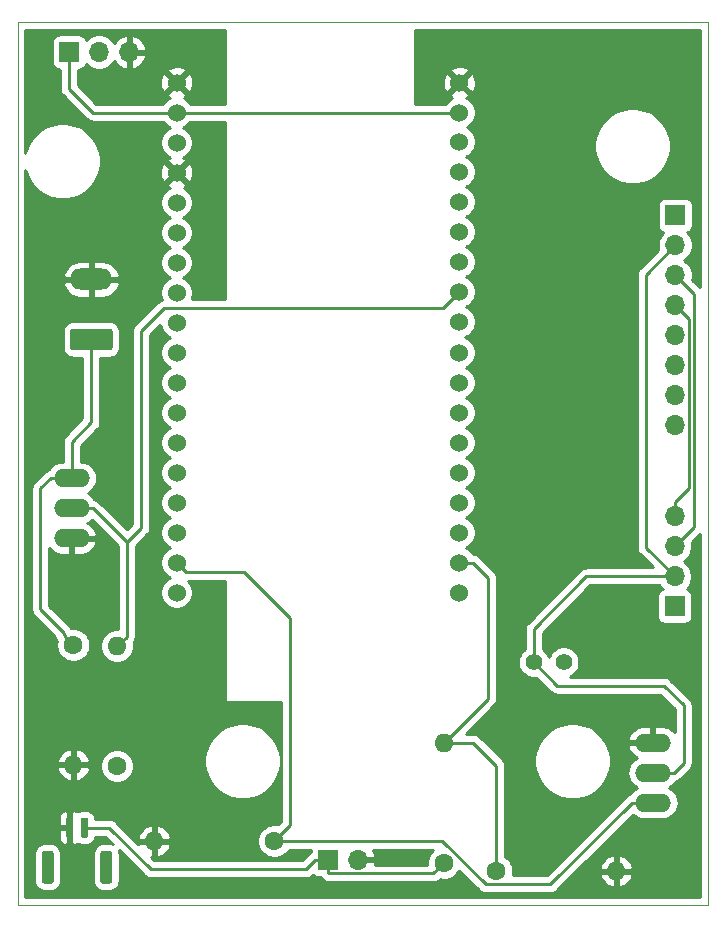
<source format=gbr>
G04 #@! TF.GenerationSoftware,KiCad,Pcbnew,5.1.5+dfsg1-2build2*
G04 #@! TF.CreationDate,2020-10-23T17:48:02-04:00*
G04 #@! TF.ProjectId,placa_manutencao_preventiva,706c6163-615f-46d6-916e-7574656e6361,rev?*
G04 #@! TF.SameCoordinates,Original*
G04 #@! TF.FileFunction,Copper,L1,Top*
G04 #@! TF.FilePolarity,Positive*
%FSLAX46Y46*%
G04 Gerber Fmt 4.6, Leading zero omitted, Abs format (unit mm)*
G04 Created by KiCad (PCBNEW 5.1.5+dfsg1-2build2) date 2020-10-23 17:48:02*
%MOMM*%
%LPD*%
G04 APERTURE LIST*
%ADD10C,0.050000*%
%ADD11C,0.100000*%
%ADD12O,3.600000X1.800000*%
%ADD13R,1.700000X1.700000*%
%ADD14O,1.700000X1.700000*%
%ADD15O,3.048000X1.524000*%
%ADD16C,1.600000*%
%ADD17O,1.600000X1.600000*%
%ADD18C,1.524000*%
%ADD19C,1.400000*%
%ADD20C,0.250000*%
%ADD21C,0.254000*%
G04 APERTURE END LIST*
D10*
X77673200Y-14935200D02*
X77673200Y-15290800D01*
X77876400Y-14935200D02*
X77673200Y-14935200D01*
X136093200Y-14935200D02*
X77876400Y-14935200D01*
X136093200Y-89662000D02*
X136093200Y-14935200D01*
X77673200Y-89662000D02*
X136093200Y-89662000D01*
X77673200Y-15290800D02*
X77673200Y-89662000D01*
G04 #@! TA.AperFunction,ComponentPad*
D11*
G36*
X85496104Y-40909604D02*
G01*
X85520373Y-40913204D01*
X85544171Y-40919165D01*
X85567271Y-40927430D01*
X85589449Y-40937920D01*
X85610493Y-40950533D01*
X85630198Y-40965147D01*
X85648377Y-40981623D01*
X85664853Y-40999802D01*
X85679467Y-41019507D01*
X85692080Y-41040551D01*
X85702570Y-41062729D01*
X85710835Y-41085829D01*
X85716796Y-41109627D01*
X85720396Y-41133896D01*
X85721600Y-41158400D01*
X85721600Y-42458400D01*
X85720396Y-42482904D01*
X85716796Y-42507173D01*
X85710835Y-42530971D01*
X85702570Y-42554071D01*
X85692080Y-42576249D01*
X85679467Y-42597293D01*
X85664853Y-42616998D01*
X85648377Y-42635177D01*
X85630198Y-42651653D01*
X85610493Y-42666267D01*
X85589449Y-42678880D01*
X85567271Y-42689370D01*
X85544171Y-42697635D01*
X85520373Y-42703596D01*
X85496104Y-42707196D01*
X85471600Y-42708400D01*
X82371600Y-42708400D01*
X82347096Y-42707196D01*
X82322827Y-42703596D01*
X82299029Y-42697635D01*
X82275929Y-42689370D01*
X82253751Y-42678880D01*
X82232707Y-42666267D01*
X82213002Y-42651653D01*
X82194823Y-42635177D01*
X82178347Y-42616998D01*
X82163733Y-42597293D01*
X82151120Y-42576249D01*
X82140630Y-42554071D01*
X82132365Y-42530971D01*
X82126404Y-42507173D01*
X82122804Y-42482904D01*
X82121600Y-42458400D01*
X82121600Y-41158400D01*
X82122804Y-41133896D01*
X82126404Y-41109627D01*
X82132365Y-41085829D01*
X82140630Y-41062729D01*
X82151120Y-41040551D01*
X82163733Y-41019507D01*
X82178347Y-40999802D01*
X82194823Y-40981623D01*
X82213002Y-40965147D01*
X82232707Y-40950533D01*
X82253751Y-40937920D01*
X82275929Y-40927430D01*
X82299029Y-40919165D01*
X82322827Y-40913204D01*
X82347096Y-40909604D01*
X82371600Y-40908400D01*
X85471600Y-40908400D01*
X85496104Y-40909604D01*
G37*
G04 #@! TD.AperFunction*
D12*
X83921600Y-36728400D03*
D13*
X82042000Y-17475200D03*
D14*
X84582000Y-17475200D03*
X87122000Y-17475200D03*
G04 #@! TA.AperFunction,SMDPad,CuDef*
D11*
G36*
X83492103Y-82290722D02*
G01*
X83506664Y-82292882D01*
X83520943Y-82296459D01*
X83534803Y-82301418D01*
X83548110Y-82307712D01*
X83560736Y-82315280D01*
X83572559Y-82324048D01*
X83583466Y-82333934D01*
X83593352Y-82344841D01*
X83602120Y-82356664D01*
X83609688Y-82369290D01*
X83615982Y-82382597D01*
X83620941Y-82396457D01*
X83624518Y-82410736D01*
X83626678Y-82425297D01*
X83627400Y-82440000D01*
X83627400Y-83840000D01*
X83626678Y-83854703D01*
X83624518Y-83869264D01*
X83620941Y-83883543D01*
X83615982Y-83897403D01*
X83609688Y-83910710D01*
X83602120Y-83923336D01*
X83593352Y-83935159D01*
X83583466Y-83946066D01*
X83572559Y-83955952D01*
X83560736Y-83964720D01*
X83548110Y-83972288D01*
X83534803Y-83978582D01*
X83520943Y-83983541D01*
X83506664Y-83987118D01*
X83492103Y-83989278D01*
X83477400Y-83990000D01*
X83177400Y-83990000D01*
X83162697Y-83989278D01*
X83148136Y-83987118D01*
X83133857Y-83983541D01*
X83119997Y-83978582D01*
X83106690Y-83972288D01*
X83094064Y-83964720D01*
X83082241Y-83955952D01*
X83071334Y-83946066D01*
X83061448Y-83935159D01*
X83052680Y-83923336D01*
X83045112Y-83910710D01*
X83038818Y-83897403D01*
X83033859Y-83883543D01*
X83030282Y-83869264D01*
X83028122Y-83854703D01*
X83027400Y-83840000D01*
X83027400Y-82440000D01*
X83028122Y-82425297D01*
X83030282Y-82410736D01*
X83033859Y-82396457D01*
X83038818Y-82382597D01*
X83045112Y-82369290D01*
X83052680Y-82356664D01*
X83061448Y-82344841D01*
X83071334Y-82333934D01*
X83082241Y-82324048D01*
X83094064Y-82315280D01*
X83106690Y-82307712D01*
X83119997Y-82301418D01*
X83133857Y-82296459D01*
X83148136Y-82292882D01*
X83162697Y-82290722D01*
X83177400Y-82290000D01*
X83477400Y-82290000D01*
X83492103Y-82290722D01*
G37*
G04 #@! TD.AperFunction*
G04 #@! TA.AperFunction,SMDPad,CuDef*
G36*
X82242103Y-82290722D02*
G01*
X82256664Y-82292882D01*
X82270943Y-82296459D01*
X82284803Y-82301418D01*
X82298110Y-82307712D01*
X82310736Y-82315280D01*
X82322559Y-82324048D01*
X82333466Y-82333934D01*
X82343352Y-82344841D01*
X82352120Y-82356664D01*
X82359688Y-82369290D01*
X82365982Y-82382597D01*
X82370941Y-82396457D01*
X82374518Y-82410736D01*
X82376678Y-82425297D01*
X82377400Y-82440000D01*
X82377400Y-83840000D01*
X82376678Y-83854703D01*
X82374518Y-83869264D01*
X82370941Y-83883543D01*
X82365982Y-83897403D01*
X82359688Y-83910710D01*
X82352120Y-83923336D01*
X82343352Y-83935159D01*
X82333466Y-83946066D01*
X82322559Y-83955952D01*
X82310736Y-83964720D01*
X82298110Y-83972288D01*
X82284803Y-83978582D01*
X82270943Y-83983541D01*
X82256664Y-83987118D01*
X82242103Y-83989278D01*
X82227400Y-83990000D01*
X81927400Y-83990000D01*
X81912697Y-83989278D01*
X81898136Y-83987118D01*
X81883857Y-83983541D01*
X81869997Y-83978582D01*
X81856690Y-83972288D01*
X81844064Y-83964720D01*
X81832241Y-83955952D01*
X81821334Y-83946066D01*
X81811448Y-83935159D01*
X81802680Y-83923336D01*
X81795112Y-83910710D01*
X81788818Y-83897403D01*
X81783859Y-83883543D01*
X81780282Y-83869264D01*
X81778122Y-83854703D01*
X81777400Y-83840000D01*
X81777400Y-82440000D01*
X81778122Y-82425297D01*
X81780282Y-82410736D01*
X81783859Y-82396457D01*
X81788818Y-82382597D01*
X81795112Y-82369290D01*
X81802680Y-82356664D01*
X81811448Y-82344841D01*
X81821334Y-82333934D01*
X81832241Y-82324048D01*
X81844064Y-82315280D01*
X81856690Y-82307712D01*
X81869997Y-82301418D01*
X81883857Y-82296459D01*
X81898136Y-82292882D01*
X81912697Y-82290722D01*
X81927400Y-82290000D01*
X82227400Y-82290000D01*
X82242103Y-82290722D01*
G37*
G04 #@! TD.AperFunction*
G04 #@! TA.AperFunction,SMDPad,CuDef*
G36*
X85451904Y-85091204D02*
G01*
X85476173Y-85094804D01*
X85499971Y-85100765D01*
X85523071Y-85109030D01*
X85545249Y-85119520D01*
X85566293Y-85132133D01*
X85585998Y-85146747D01*
X85604177Y-85163223D01*
X85620653Y-85181402D01*
X85635267Y-85201107D01*
X85647880Y-85222151D01*
X85658370Y-85244329D01*
X85666635Y-85267429D01*
X85672596Y-85291227D01*
X85676196Y-85315496D01*
X85677400Y-85340000D01*
X85677400Y-87640000D01*
X85676196Y-87664504D01*
X85672596Y-87688773D01*
X85666635Y-87712571D01*
X85658370Y-87735671D01*
X85647880Y-87757849D01*
X85635267Y-87778893D01*
X85620653Y-87798598D01*
X85604177Y-87816777D01*
X85585998Y-87833253D01*
X85566293Y-87847867D01*
X85545249Y-87860480D01*
X85523071Y-87870970D01*
X85499971Y-87879235D01*
X85476173Y-87885196D01*
X85451904Y-87888796D01*
X85427400Y-87890000D01*
X84927400Y-87890000D01*
X84902896Y-87888796D01*
X84878627Y-87885196D01*
X84854829Y-87879235D01*
X84831729Y-87870970D01*
X84809551Y-87860480D01*
X84788507Y-87847867D01*
X84768802Y-87833253D01*
X84750623Y-87816777D01*
X84734147Y-87798598D01*
X84719533Y-87778893D01*
X84706920Y-87757849D01*
X84696430Y-87735671D01*
X84688165Y-87712571D01*
X84682204Y-87688773D01*
X84678604Y-87664504D01*
X84677400Y-87640000D01*
X84677400Y-85340000D01*
X84678604Y-85315496D01*
X84682204Y-85291227D01*
X84688165Y-85267429D01*
X84696430Y-85244329D01*
X84706920Y-85222151D01*
X84719533Y-85201107D01*
X84734147Y-85181402D01*
X84750623Y-85163223D01*
X84768802Y-85146747D01*
X84788507Y-85132133D01*
X84809551Y-85119520D01*
X84831729Y-85109030D01*
X84854829Y-85100765D01*
X84878627Y-85094804D01*
X84902896Y-85091204D01*
X84927400Y-85090000D01*
X85427400Y-85090000D01*
X85451904Y-85091204D01*
G37*
G04 #@! TD.AperFunction*
G04 #@! TA.AperFunction,SMDPad,CuDef*
G36*
X80501904Y-85091204D02*
G01*
X80526173Y-85094804D01*
X80549971Y-85100765D01*
X80573071Y-85109030D01*
X80595249Y-85119520D01*
X80616293Y-85132133D01*
X80635998Y-85146747D01*
X80654177Y-85163223D01*
X80670653Y-85181402D01*
X80685267Y-85201107D01*
X80697880Y-85222151D01*
X80708370Y-85244329D01*
X80716635Y-85267429D01*
X80722596Y-85291227D01*
X80726196Y-85315496D01*
X80727400Y-85340000D01*
X80727400Y-87640000D01*
X80726196Y-87664504D01*
X80722596Y-87688773D01*
X80716635Y-87712571D01*
X80708370Y-87735671D01*
X80697880Y-87757849D01*
X80685267Y-87778893D01*
X80670653Y-87798598D01*
X80654177Y-87816777D01*
X80635998Y-87833253D01*
X80616293Y-87847867D01*
X80595249Y-87860480D01*
X80573071Y-87870970D01*
X80549971Y-87879235D01*
X80526173Y-87885196D01*
X80501904Y-87888796D01*
X80477400Y-87890000D01*
X79977400Y-87890000D01*
X79952896Y-87888796D01*
X79928627Y-87885196D01*
X79904829Y-87879235D01*
X79881729Y-87870970D01*
X79859551Y-87860480D01*
X79838507Y-87847867D01*
X79818802Y-87833253D01*
X79800623Y-87816777D01*
X79784147Y-87798598D01*
X79769533Y-87778893D01*
X79756920Y-87757849D01*
X79746430Y-87735671D01*
X79738165Y-87712571D01*
X79732204Y-87688773D01*
X79728604Y-87664504D01*
X79727400Y-87640000D01*
X79727400Y-85340000D01*
X79728604Y-85315496D01*
X79732204Y-85291227D01*
X79738165Y-85267429D01*
X79746430Y-85244329D01*
X79756920Y-85222151D01*
X79769533Y-85201107D01*
X79784147Y-85181402D01*
X79800623Y-85163223D01*
X79818802Y-85146747D01*
X79838507Y-85132133D01*
X79859551Y-85119520D01*
X79881729Y-85109030D01*
X79904829Y-85100765D01*
X79928627Y-85094804D01*
X79952896Y-85091204D01*
X79977400Y-85090000D01*
X80477400Y-85090000D01*
X80501904Y-85091204D01*
G37*
G04 #@! TD.AperFunction*
D13*
X103987600Y-85852000D03*
D14*
X106527600Y-85852000D03*
D13*
X133350000Y-31292800D03*
D14*
X133350000Y-33832800D03*
X133350000Y-36372800D03*
X133350000Y-38912800D03*
X133350000Y-41452800D03*
X133350000Y-43992800D03*
X133350000Y-46532800D03*
X133350000Y-49072800D03*
D13*
X133299200Y-64414400D03*
D14*
X133299200Y-61874400D03*
X133299200Y-59334400D03*
X133299200Y-56794400D03*
D15*
X131470400Y-81026000D03*
X131470400Y-78486000D03*
X131470400Y-75946000D03*
X82245200Y-58623200D03*
X82245200Y-56083200D03*
X82245200Y-53543200D03*
D16*
X99415600Y-84277200D03*
D17*
X89255600Y-84277200D03*
X82397600Y-77825600D03*
D16*
X82397600Y-67665600D03*
X86106000Y-77927200D03*
D17*
X86106000Y-67767200D03*
X113792000Y-75946000D03*
D16*
X113792000Y-86106000D03*
X118211600Y-86817200D03*
D17*
X128371600Y-86817200D03*
D18*
X91135200Y-20066000D03*
X91135200Y-22606000D03*
X91135200Y-25146000D03*
X91135200Y-27686000D03*
X91135200Y-30226000D03*
X91135200Y-32766000D03*
X91135200Y-35306000D03*
X91135200Y-37846000D03*
X91135200Y-40386000D03*
X91135200Y-42926000D03*
X91135200Y-45466000D03*
X91135200Y-48006000D03*
X91135200Y-50546000D03*
X91135200Y-53086000D03*
X91135200Y-55626000D03*
X91135200Y-58166000D03*
X91135200Y-60706000D03*
X91135200Y-63246000D03*
X115074700Y-63246000D03*
X115074700Y-60706000D03*
X115074700Y-58166000D03*
X115074700Y-55626000D03*
X115074700Y-53086000D03*
X115074700Y-50546000D03*
X115074700Y-48006000D03*
X115074700Y-45466000D03*
X115074700Y-42926000D03*
X115074700Y-40322500D03*
X115074700Y-37782500D03*
X115074700Y-35242500D03*
X115074700Y-32702500D03*
X115074700Y-30162500D03*
X115074700Y-27622500D03*
X115074700Y-25082500D03*
X115074700Y-22606000D03*
X115074700Y-20066000D03*
D19*
X123901200Y-69138800D03*
X121361200Y-69138800D03*
D20*
X83921600Y-48818800D02*
X83921600Y-41808400D01*
X82245200Y-50495200D02*
X83921600Y-48818800D01*
X82245200Y-53543200D02*
X82245200Y-50495200D01*
X81597601Y-66865601D02*
X81597601Y-66662401D01*
X82397600Y-67665600D02*
X81597601Y-66865601D01*
X81597601Y-66662401D02*
X79603600Y-64668400D01*
X79603600Y-54410800D02*
X80471200Y-53543200D01*
X80471200Y-53543200D02*
X82245200Y-53543200D01*
X79603600Y-64668400D02*
X79603600Y-54410800D01*
X82042000Y-18575200D02*
X81991200Y-18626000D01*
X82042000Y-17475200D02*
X82042000Y-18575200D01*
X81991200Y-18626000D02*
X81991200Y-20574000D01*
X84023200Y-22606000D02*
X91135200Y-22606000D01*
X81991200Y-20574000D02*
X84023200Y-22606000D01*
X91135200Y-22606000D02*
X115074700Y-22606000D01*
X131622800Y-61874400D02*
X133299200Y-61874400D01*
X121361200Y-69138800D02*
X121361200Y-66344800D01*
X125831600Y-61874400D02*
X133299200Y-61874400D01*
X121361200Y-66344800D02*
X125831600Y-61874400D01*
X121361200Y-69138800D02*
X123342400Y-71120000D01*
X123342400Y-71120000D02*
X132384800Y-71120000D01*
X132384800Y-71120000D02*
X134061200Y-72796400D01*
X133244400Y-78486000D02*
X131470400Y-78486000D01*
X134061200Y-77669200D02*
X133244400Y-78486000D01*
X134061200Y-72796400D02*
X134061200Y-77669200D01*
X133299200Y-61874400D02*
X130860800Y-59436000D01*
X130860800Y-36322000D02*
X133350000Y-33832800D01*
X130860800Y-59436000D02*
X130860800Y-36322000D01*
X103987600Y-86952000D02*
X103987600Y-85852000D01*
X104062601Y-87027001D02*
X103987600Y-86952000D01*
X112870999Y-87027001D02*
X104062601Y-87027001D01*
X113792000Y-86106000D02*
X112870999Y-87027001D01*
X85426000Y-83140000D02*
X83327400Y-83140000D01*
X88950800Y-86664800D02*
X85426000Y-83140000D01*
X102074800Y-86664800D02*
X88950800Y-86664800D01*
X102887600Y-85852000D02*
X102074800Y-86664800D01*
X103987600Y-85852000D02*
X102887600Y-85852000D01*
X134199999Y-37222799D02*
X133350000Y-36372800D01*
X134975011Y-57658589D02*
X134975011Y-37997811D01*
X134975011Y-37997811D02*
X134199999Y-37222799D01*
X133299200Y-59334400D02*
X134975011Y-57658589D01*
X134525001Y-40087801D02*
X134199999Y-39762799D01*
X134525001Y-54366518D02*
X134525001Y-40087801D01*
X134199999Y-39762799D02*
X133350000Y-38912800D01*
X133299200Y-55592319D02*
X134525001Y-54366518D01*
X133299200Y-56794400D02*
X133299200Y-55592319D01*
X91897199Y-61467999D02*
X96824799Y-61467999D01*
X91135200Y-60706000D02*
X91897199Y-61467999D01*
X96824799Y-61467999D02*
X100736400Y-65379600D01*
X100736400Y-82956400D02*
X99415600Y-84277200D01*
X100736400Y-65379600D02*
X100736400Y-82956400D01*
X100546970Y-84277200D02*
X99415600Y-84277200D01*
X113628202Y-84277200D02*
X100546970Y-84277200D01*
X117293203Y-87942201D02*
X113628202Y-84277200D01*
X122780199Y-87942201D02*
X117293203Y-87942201D01*
X129696400Y-81026000D02*
X122780199Y-87942201D01*
X131470400Y-81026000D02*
X129696400Y-81026000D01*
X84019200Y-56083200D02*
X82245200Y-56083200D01*
X86905999Y-58969999D02*
X84019200Y-56083200D01*
X86905999Y-66967201D02*
X86905999Y-58969999D01*
X86106000Y-67767200D02*
X86905999Y-66967201D01*
X88138000Y-57737998D02*
X86905999Y-58969999D01*
X88138000Y-41097200D02*
X88138000Y-57737998D01*
X90068400Y-39166800D02*
X88138000Y-41097200D01*
X113690400Y-39166800D02*
X90068400Y-39166800D01*
X115074700Y-37782500D02*
X113690400Y-39166800D01*
X113792000Y-75946000D02*
X117500400Y-72237600D01*
X117500400Y-72237600D02*
X117500400Y-61976000D01*
X116230400Y-60706000D02*
X115074700Y-60706000D01*
X117500400Y-61976000D02*
X116230400Y-60706000D01*
X118211600Y-77927200D02*
X118211600Y-86817200D01*
X116230400Y-75946000D02*
X118211600Y-77927200D01*
X113792000Y-75946000D02*
X116230400Y-75946000D01*
D21*
G36*
X95224600Y-21846000D02*
G01*
X92307541Y-21846000D01*
X92220320Y-21715465D01*
X92025735Y-21520880D01*
X91796927Y-21367995D01*
X91725257Y-21338308D01*
X91738223Y-21333636D01*
X91854180Y-21271656D01*
X91921160Y-21031565D01*
X91135200Y-20245605D01*
X90349240Y-21031565D01*
X90416220Y-21271656D01*
X90551960Y-21335485D01*
X90473473Y-21367995D01*
X90244665Y-21520880D01*
X90050080Y-21715465D01*
X89962859Y-21846000D01*
X84338002Y-21846000D01*
X82751200Y-20259199D01*
X82751200Y-20138017D01*
X89733290Y-20138017D01*
X89774278Y-20410133D01*
X89867564Y-20669023D01*
X89929544Y-20784980D01*
X90169635Y-20851960D01*
X90955595Y-20066000D01*
X91314805Y-20066000D01*
X92100765Y-20851960D01*
X92340856Y-20784980D01*
X92457956Y-20535952D01*
X92524223Y-20268865D01*
X92537110Y-19993983D01*
X92496122Y-19721867D01*
X92402836Y-19462977D01*
X92340856Y-19347020D01*
X92100765Y-19280040D01*
X91314805Y-20066000D01*
X90955595Y-20066000D01*
X90169635Y-19280040D01*
X89929544Y-19347020D01*
X89812444Y-19596048D01*
X89746177Y-19863135D01*
X89733290Y-20138017D01*
X82751200Y-20138017D01*
X82751200Y-19100435D01*
X90349240Y-19100435D01*
X91135200Y-19886395D01*
X91921160Y-19100435D01*
X91854180Y-18860344D01*
X91605152Y-18743244D01*
X91338065Y-18676977D01*
X91063183Y-18664090D01*
X90791067Y-18705078D01*
X90532177Y-18798364D01*
X90416220Y-18860344D01*
X90349240Y-19100435D01*
X82751200Y-19100435D01*
X82751200Y-18963272D01*
X82892000Y-18963272D01*
X83016482Y-18951012D01*
X83136180Y-18914702D01*
X83246494Y-18855737D01*
X83343185Y-18776385D01*
X83422537Y-18679694D01*
X83481502Y-18569380D01*
X83503513Y-18496820D01*
X83635368Y-18628675D01*
X83878589Y-18791190D01*
X84148842Y-18903132D01*
X84435740Y-18960200D01*
X84728260Y-18960200D01*
X85015158Y-18903132D01*
X85285411Y-18791190D01*
X85528632Y-18628675D01*
X85735475Y-18421832D01*
X85857195Y-18239666D01*
X85926822Y-18356555D01*
X86121731Y-18572788D01*
X86355080Y-18746841D01*
X86617901Y-18872025D01*
X86765110Y-18916676D01*
X86995000Y-18795355D01*
X86995000Y-17602200D01*
X87249000Y-17602200D01*
X87249000Y-18795355D01*
X87478890Y-18916676D01*
X87626099Y-18872025D01*
X87888920Y-18746841D01*
X88122269Y-18572788D01*
X88317178Y-18356555D01*
X88466157Y-18106452D01*
X88563481Y-17832091D01*
X88442814Y-17602200D01*
X87249000Y-17602200D01*
X86995000Y-17602200D01*
X86975000Y-17602200D01*
X86975000Y-17348200D01*
X86995000Y-17348200D01*
X86995000Y-16155045D01*
X87249000Y-16155045D01*
X87249000Y-17348200D01*
X88442814Y-17348200D01*
X88563481Y-17118309D01*
X88466157Y-16843948D01*
X88317178Y-16593845D01*
X88122269Y-16377612D01*
X87888920Y-16203559D01*
X87626099Y-16078375D01*
X87478890Y-16033724D01*
X87249000Y-16155045D01*
X86995000Y-16155045D01*
X86765110Y-16033724D01*
X86617901Y-16078375D01*
X86355080Y-16203559D01*
X86121731Y-16377612D01*
X85926822Y-16593845D01*
X85857195Y-16710734D01*
X85735475Y-16528568D01*
X85528632Y-16321725D01*
X85285411Y-16159210D01*
X85015158Y-16047268D01*
X84728260Y-15990200D01*
X84435740Y-15990200D01*
X84148842Y-16047268D01*
X83878589Y-16159210D01*
X83635368Y-16321725D01*
X83503513Y-16453580D01*
X83481502Y-16381020D01*
X83422537Y-16270706D01*
X83343185Y-16174015D01*
X83246494Y-16094663D01*
X83136180Y-16035698D01*
X83016482Y-15999388D01*
X82892000Y-15987128D01*
X81192000Y-15987128D01*
X81067518Y-15999388D01*
X80947820Y-16035698D01*
X80837506Y-16094663D01*
X80740815Y-16174015D01*
X80661463Y-16270706D01*
X80602498Y-16381020D01*
X80566188Y-16500718D01*
X80553928Y-16625200D01*
X80553928Y-18325200D01*
X80566188Y-18449682D01*
X80602498Y-18569380D01*
X80661463Y-18679694D01*
X80740815Y-18776385D01*
X80837506Y-18855737D01*
X80947820Y-18914702D01*
X81067518Y-18951012D01*
X81192000Y-18963272D01*
X81231200Y-18963272D01*
X81231201Y-20536668D01*
X81227524Y-20574000D01*
X81242198Y-20722985D01*
X81285654Y-20866246D01*
X81356226Y-20998276D01*
X81427401Y-21085002D01*
X81451200Y-21114001D01*
X81480198Y-21137799D01*
X83459401Y-23117003D01*
X83483199Y-23146001D01*
X83512197Y-23169799D01*
X83598923Y-23240974D01*
X83730953Y-23311546D01*
X83874214Y-23355003D01*
X83985867Y-23366000D01*
X83985877Y-23366000D01*
X84023200Y-23369676D01*
X84060523Y-23366000D01*
X89962859Y-23366000D01*
X90050080Y-23496535D01*
X90244665Y-23691120D01*
X90473473Y-23844005D01*
X90550715Y-23876000D01*
X90473473Y-23907995D01*
X90244665Y-24060880D01*
X90050080Y-24255465D01*
X89897195Y-24484273D01*
X89791886Y-24738510D01*
X89738200Y-25008408D01*
X89738200Y-25283592D01*
X89791886Y-25553490D01*
X89897195Y-25807727D01*
X90050080Y-26036535D01*
X90244665Y-26231120D01*
X90473473Y-26384005D01*
X90545143Y-26413692D01*
X90532177Y-26418364D01*
X90416220Y-26480344D01*
X90349240Y-26720435D01*
X91135200Y-27506395D01*
X91921160Y-26720435D01*
X91854180Y-26480344D01*
X91718440Y-26416515D01*
X91796927Y-26384005D01*
X92025735Y-26231120D01*
X92220320Y-26036535D01*
X92373205Y-25807727D01*
X92478514Y-25553490D01*
X92532200Y-25283592D01*
X92532200Y-25008408D01*
X92478514Y-24738510D01*
X92373205Y-24484273D01*
X92220320Y-24255465D01*
X92025735Y-24060880D01*
X91796927Y-23907995D01*
X91719685Y-23876000D01*
X91796927Y-23844005D01*
X92025735Y-23691120D01*
X92220320Y-23496535D01*
X92307541Y-23366000D01*
X95224600Y-23366000D01*
X95224600Y-38406800D01*
X92415011Y-38406800D01*
X92478514Y-38253490D01*
X92532200Y-37983592D01*
X92532200Y-37708408D01*
X92478514Y-37438510D01*
X92373205Y-37184273D01*
X92220320Y-36955465D01*
X92025735Y-36760880D01*
X91796927Y-36607995D01*
X91719685Y-36576000D01*
X91796927Y-36544005D01*
X92025735Y-36391120D01*
X92220320Y-36196535D01*
X92373205Y-35967727D01*
X92478514Y-35713490D01*
X92532200Y-35443592D01*
X92532200Y-35168408D01*
X92478514Y-34898510D01*
X92373205Y-34644273D01*
X92220320Y-34415465D01*
X92025735Y-34220880D01*
X91796927Y-34067995D01*
X91719685Y-34036000D01*
X91796927Y-34004005D01*
X92025735Y-33851120D01*
X92220320Y-33656535D01*
X92373205Y-33427727D01*
X92478514Y-33173490D01*
X92532200Y-32903592D01*
X92532200Y-32628408D01*
X92478514Y-32358510D01*
X92373205Y-32104273D01*
X92220320Y-31875465D01*
X92025735Y-31680880D01*
X91796927Y-31527995D01*
X91719685Y-31496000D01*
X91796927Y-31464005D01*
X92025735Y-31311120D01*
X92220320Y-31116535D01*
X92373205Y-30887727D01*
X92478514Y-30633490D01*
X92532200Y-30363592D01*
X92532200Y-30088408D01*
X92478514Y-29818510D01*
X92373205Y-29564273D01*
X92220320Y-29335465D01*
X92025735Y-29140880D01*
X91796927Y-28987995D01*
X91725257Y-28958308D01*
X91738223Y-28953636D01*
X91854180Y-28891656D01*
X91921160Y-28651565D01*
X91135200Y-27865605D01*
X90349240Y-28651565D01*
X90416220Y-28891656D01*
X90551960Y-28955485D01*
X90473473Y-28987995D01*
X90244665Y-29140880D01*
X90050080Y-29335465D01*
X89897195Y-29564273D01*
X89791886Y-29818510D01*
X89738200Y-30088408D01*
X89738200Y-30363592D01*
X89791886Y-30633490D01*
X89897195Y-30887727D01*
X90050080Y-31116535D01*
X90244665Y-31311120D01*
X90473473Y-31464005D01*
X90550715Y-31496000D01*
X90473473Y-31527995D01*
X90244665Y-31680880D01*
X90050080Y-31875465D01*
X89897195Y-32104273D01*
X89791886Y-32358510D01*
X89738200Y-32628408D01*
X89738200Y-32903592D01*
X89791886Y-33173490D01*
X89897195Y-33427727D01*
X90050080Y-33656535D01*
X90244665Y-33851120D01*
X90473473Y-34004005D01*
X90550715Y-34036000D01*
X90473473Y-34067995D01*
X90244665Y-34220880D01*
X90050080Y-34415465D01*
X89897195Y-34644273D01*
X89791886Y-34898510D01*
X89738200Y-35168408D01*
X89738200Y-35443592D01*
X89791886Y-35713490D01*
X89897195Y-35967727D01*
X90050080Y-36196535D01*
X90244665Y-36391120D01*
X90473473Y-36544005D01*
X90550715Y-36576000D01*
X90473473Y-36607995D01*
X90244665Y-36760880D01*
X90050080Y-36955465D01*
X89897195Y-37184273D01*
X89791886Y-37438510D01*
X89738200Y-37708408D01*
X89738200Y-37983592D01*
X89791886Y-38253490D01*
X89866583Y-38433823D01*
X89776153Y-38461254D01*
X89644124Y-38531826D01*
X89528399Y-38626799D01*
X89504601Y-38655797D01*
X87627003Y-40533396D01*
X87597999Y-40557199D01*
X87542871Y-40624374D01*
X87503026Y-40672924D01*
X87438658Y-40793347D01*
X87432454Y-40804954D01*
X87388997Y-40948215D01*
X87378000Y-41059868D01*
X87378000Y-41059878D01*
X87374324Y-41097200D01*
X87378000Y-41134522D01*
X87378001Y-57423195D01*
X86905999Y-57895197D01*
X84583004Y-55572203D01*
X84559201Y-55543199D01*
X84443476Y-55448226D01*
X84311447Y-55377654D01*
X84195284Y-55342417D01*
X84174383Y-55303313D01*
X83999808Y-55090592D01*
X83787087Y-54916017D01*
X83594729Y-54813200D01*
X83787087Y-54710383D01*
X83999808Y-54535808D01*
X84174383Y-54323087D01*
X84304104Y-54080395D01*
X84383986Y-53817060D01*
X84410959Y-53543200D01*
X84383986Y-53269340D01*
X84304104Y-53006005D01*
X84174383Y-52763313D01*
X83999808Y-52550592D01*
X83787087Y-52376017D01*
X83544395Y-52246296D01*
X83281060Y-52166414D01*
X83075825Y-52146200D01*
X83005200Y-52146200D01*
X83005200Y-50810001D01*
X84432604Y-49382598D01*
X84461601Y-49358801D01*
X84556574Y-49243076D01*
X84627146Y-49111047D01*
X84670603Y-48967786D01*
X84681600Y-48856133D01*
X84681600Y-48856132D01*
X84685277Y-48818800D01*
X84681600Y-48781467D01*
X84681600Y-43346472D01*
X85471600Y-43346472D01*
X85644854Y-43329408D01*
X85811450Y-43278872D01*
X85964986Y-43196805D01*
X86099562Y-43086362D01*
X86210005Y-42951786D01*
X86292072Y-42798250D01*
X86342608Y-42631654D01*
X86359672Y-42458400D01*
X86359672Y-41158400D01*
X86342608Y-40985146D01*
X86292072Y-40818550D01*
X86210005Y-40665014D01*
X86099562Y-40530438D01*
X85964986Y-40419995D01*
X85811450Y-40337928D01*
X85644854Y-40287392D01*
X85471600Y-40270328D01*
X82371600Y-40270328D01*
X82198346Y-40287392D01*
X82031750Y-40337928D01*
X81878214Y-40419995D01*
X81743638Y-40530438D01*
X81633195Y-40665014D01*
X81551128Y-40818550D01*
X81500592Y-40985146D01*
X81483528Y-41158400D01*
X81483528Y-42458400D01*
X81500592Y-42631654D01*
X81551128Y-42798250D01*
X81633195Y-42951786D01*
X81743638Y-43086362D01*
X81878214Y-43196805D01*
X82031750Y-43278872D01*
X82198346Y-43329408D01*
X82371600Y-43346472D01*
X83161601Y-43346472D01*
X83161600Y-48503998D01*
X81734198Y-49931401D01*
X81705200Y-49955199D01*
X81681402Y-49984197D01*
X81681401Y-49984198D01*
X81610226Y-50070924D01*
X81539654Y-50202954D01*
X81496198Y-50346215D01*
X81481524Y-50495200D01*
X81485201Y-50532532D01*
X81485200Y-52146200D01*
X81414575Y-52146200D01*
X81209340Y-52166414D01*
X80946005Y-52246296D01*
X80703313Y-52376017D01*
X80490592Y-52550592D01*
X80316017Y-52763313D01*
X80295116Y-52802417D01*
X80178953Y-52837654D01*
X80046924Y-52908226D01*
X79931199Y-53003199D01*
X79907401Y-53032197D01*
X79092598Y-53847001D01*
X79063600Y-53870799D01*
X79039802Y-53899797D01*
X79039801Y-53899798D01*
X78968626Y-53986524D01*
X78898054Y-54118554D01*
X78854598Y-54261815D01*
X78839924Y-54410800D01*
X78843601Y-54448132D01*
X78843600Y-64631078D01*
X78839924Y-64668400D01*
X78843600Y-64705722D01*
X78843600Y-64705732D01*
X78854597Y-64817385D01*
X78870132Y-64868597D01*
X78898054Y-64960646D01*
X78968626Y-65092676D01*
X79008471Y-65141226D01*
X79063599Y-65208401D01*
X79092603Y-65232204D01*
X80845715Y-66985317D01*
X80848598Y-67014586D01*
X80879418Y-67116187D01*
X80892055Y-67157847D01*
X80962627Y-67289877D01*
X80968780Y-67297374D01*
X81000133Y-67335577D01*
X80962600Y-67524265D01*
X80962600Y-67806935D01*
X81017747Y-68084174D01*
X81125920Y-68345327D01*
X81282963Y-68580359D01*
X81482841Y-68780237D01*
X81717873Y-68937280D01*
X81979026Y-69045453D01*
X82256265Y-69100600D01*
X82538935Y-69100600D01*
X82816174Y-69045453D01*
X83077327Y-68937280D01*
X83312359Y-68780237D01*
X83512237Y-68580359D01*
X83669280Y-68345327D01*
X83777453Y-68084174D01*
X83832600Y-67806935D01*
X83832600Y-67524265D01*
X83777453Y-67247026D01*
X83669280Y-66985873D01*
X83512237Y-66750841D01*
X83312359Y-66550963D01*
X83077327Y-66393920D01*
X82816174Y-66285747D01*
X82538935Y-66230600D01*
X82256265Y-66230600D01*
X82230591Y-66235707D01*
X82137602Y-66122400D01*
X82108604Y-66098602D01*
X80363600Y-64353599D01*
X80363600Y-59459427D01*
X80405568Y-59521226D01*
X80601471Y-59714206D01*
X80831258Y-59865259D01*
X81086099Y-59968581D01*
X81356200Y-60020200D01*
X82118200Y-60020200D01*
X82118200Y-58750200D01*
X82372200Y-58750200D01*
X82372200Y-60020200D01*
X83134200Y-60020200D01*
X83404301Y-59968581D01*
X83659142Y-59865259D01*
X83888929Y-59714206D01*
X84084832Y-59521226D01*
X84239322Y-59293735D01*
X84346462Y-59040476D01*
X84361420Y-58966270D01*
X84238920Y-58750200D01*
X82372200Y-58750200D01*
X82118200Y-58750200D01*
X82098200Y-58750200D01*
X82098200Y-58496200D01*
X82118200Y-58496200D01*
X82118200Y-58476200D01*
X82372200Y-58476200D01*
X82372200Y-58496200D01*
X84238920Y-58496200D01*
X84361420Y-58280130D01*
X84346462Y-58205924D01*
X84239322Y-57952665D01*
X84084832Y-57725174D01*
X83888929Y-57532194D01*
X83659142Y-57381141D01*
X83592787Y-57354238D01*
X83787087Y-57250383D01*
X83965315Y-57104116D01*
X86146000Y-59284802D01*
X86145999Y-66332200D01*
X85964665Y-66332200D01*
X85687426Y-66387347D01*
X85426273Y-66495520D01*
X85191241Y-66652563D01*
X84991363Y-66852441D01*
X84834320Y-67087473D01*
X84726147Y-67348626D01*
X84671000Y-67625865D01*
X84671000Y-67908535D01*
X84726147Y-68185774D01*
X84834320Y-68446927D01*
X84991363Y-68681959D01*
X85191241Y-68881837D01*
X85426273Y-69038880D01*
X85687426Y-69147053D01*
X85964665Y-69202200D01*
X86247335Y-69202200D01*
X86524574Y-69147053D01*
X86785727Y-69038880D01*
X87020759Y-68881837D01*
X87220637Y-68681959D01*
X87377680Y-68446927D01*
X87485853Y-68185774D01*
X87541000Y-67908535D01*
X87541000Y-67625865D01*
X87503467Y-67437178D01*
X87540972Y-67391478D01*
X87540973Y-67391477D01*
X87611545Y-67259448D01*
X87655002Y-67116187D01*
X87665999Y-67004534D01*
X87665999Y-67004525D01*
X87669675Y-66967202D01*
X87665999Y-66929879D01*
X87665999Y-59284800D01*
X88649003Y-58301797D01*
X88678001Y-58277999D01*
X88772974Y-58162274D01*
X88843546Y-58030245D01*
X88887003Y-57886984D01*
X88898000Y-57775331D01*
X88901677Y-57737998D01*
X88898000Y-57700665D01*
X88898000Y-41412001D01*
X89746198Y-40563803D01*
X89791886Y-40793490D01*
X89897195Y-41047727D01*
X90050080Y-41276535D01*
X90244665Y-41471120D01*
X90473473Y-41624005D01*
X90550715Y-41656000D01*
X90473473Y-41687995D01*
X90244665Y-41840880D01*
X90050080Y-42035465D01*
X89897195Y-42264273D01*
X89791886Y-42518510D01*
X89738200Y-42788408D01*
X89738200Y-43063592D01*
X89791886Y-43333490D01*
X89897195Y-43587727D01*
X90050080Y-43816535D01*
X90244665Y-44011120D01*
X90473473Y-44164005D01*
X90550715Y-44196000D01*
X90473473Y-44227995D01*
X90244665Y-44380880D01*
X90050080Y-44575465D01*
X89897195Y-44804273D01*
X89791886Y-45058510D01*
X89738200Y-45328408D01*
X89738200Y-45603592D01*
X89791886Y-45873490D01*
X89897195Y-46127727D01*
X90050080Y-46356535D01*
X90244665Y-46551120D01*
X90473473Y-46704005D01*
X90550715Y-46736000D01*
X90473473Y-46767995D01*
X90244665Y-46920880D01*
X90050080Y-47115465D01*
X89897195Y-47344273D01*
X89791886Y-47598510D01*
X89738200Y-47868408D01*
X89738200Y-48143592D01*
X89791886Y-48413490D01*
X89897195Y-48667727D01*
X90050080Y-48896535D01*
X90244665Y-49091120D01*
X90473473Y-49244005D01*
X90550715Y-49276000D01*
X90473473Y-49307995D01*
X90244665Y-49460880D01*
X90050080Y-49655465D01*
X89897195Y-49884273D01*
X89791886Y-50138510D01*
X89738200Y-50408408D01*
X89738200Y-50683592D01*
X89791886Y-50953490D01*
X89897195Y-51207727D01*
X90050080Y-51436535D01*
X90244665Y-51631120D01*
X90473473Y-51784005D01*
X90550715Y-51816000D01*
X90473473Y-51847995D01*
X90244665Y-52000880D01*
X90050080Y-52195465D01*
X89897195Y-52424273D01*
X89791886Y-52678510D01*
X89738200Y-52948408D01*
X89738200Y-53223592D01*
X89791886Y-53493490D01*
X89897195Y-53747727D01*
X90050080Y-53976535D01*
X90244665Y-54171120D01*
X90473473Y-54324005D01*
X90550715Y-54356000D01*
X90473473Y-54387995D01*
X90244665Y-54540880D01*
X90050080Y-54735465D01*
X89897195Y-54964273D01*
X89791886Y-55218510D01*
X89738200Y-55488408D01*
X89738200Y-55763592D01*
X89791886Y-56033490D01*
X89897195Y-56287727D01*
X90050080Y-56516535D01*
X90244665Y-56711120D01*
X90473473Y-56864005D01*
X90550715Y-56896000D01*
X90473473Y-56927995D01*
X90244665Y-57080880D01*
X90050080Y-57275465D01*
X89897195Y-57504273D01*
X89791886Y-57758510D01*
X89738200Y-58028408D01*
X89738200Y-58303592D01*
X89791886Y-58573490D01*
X89897195Y-58827727D01*
X90050080Y-59056535D01*
X90244665Y-59251120D01*
X90473473Y-59404005D01*
X90550715Y-59436000D01*
X90473473Y-59467995D01*
X90244665Y-59620880D01*
X90050080Y-59815465D01*
X89897195Y-60044273D01*
X89791886Y-60298510D01*
X89738200Y-60568408D01*
X89738200Y-60843592D01*
X89791886Y-61113490D01*
X89897195Y-61367727D01*
X90050080Y-61596535D01*
X90244665Y-61791120D01*
X90473473Y-61944005D01*
X90550715Y-61976000D01*
X90473473Y-62007995D01*
X90244665Y-62160880D01*
X90050080Y-62355465D01*
X89897195Y-62584273D01*
X89791886Y-62838510D01*
X89738200Y-63108408D01*
X89738200Y-63383592D01*
X89791886Y-63653490D01*
X89897195Y-63907727D01*
X90050080Y-64136535D01*
X90244665Y-64331120D01*
X90473473Y-64484005D01*
X90727710Y-64589314D01*
X90997608Y-64643000D01*
X91272792Y-64643000D01*
X91542690Y-64589314D01*
X91796927Y-64484005D01*
X92025735Y-64331120D01*
X92220320Y-64136535D01*
X92373205Y-63907727D01*
X92478514Y-63653490D01*
X92532200Y-63383592D01*
X92532200Y-63108408D01*
X92478514Y-62838510D01*
X92373205Y-62584273D01*
X92220320Y-62355465D01*
X92092854Y-62227999D01*
X95224600Y-62227999D01*
X95224600Y-72390000D01*
X95227040Y-72414776D01*
X95234267Y-72438601D01*
X95246003Y-72460557D01*
X95261797Y-72479803D01*
X95281043Y-72495597D01*
X95302999Y-72507333D01*
X95326824Y-72514560D01*
X95351600Y-72517000D01*
X99976400Y-72517000D01*
X99976401Y-82641597D01*
X99739486Y-82878512D01*
X99556935Y-82842200D01*
X99274265Y-82842200D01*
X98997026Y-82897347D01*
X98735873Y-83005520D01*
X98500841Y-83162563D01*
X98300963Y-83362441D01*
X98143920Y-83597473D01*
X98035747Y-83858626D01*
X97980600Y-84135865D01*
X97980600Y-84418535D01*
X98035747Y-84695774D01*
X98143920Y-84956927D01*
X98300963Y-85191959D01*
X98500841Y-85391837D01*
X98735873Y-85548880D01*
X98997026Y-85657053D01*
X99274265Y-85712200D01*
X99556935Y-85712200D01*
X99834174Y-85657053D01*
X100095327Y-85548880D01*
X100330359Y-85391837D01*
X100530237Y-85191959D01*
X100633643Y-85037200D01*
X102499528Y-85037200D01*
X102499528Y-85197674D01*
X102463324Y-85217026D01*
X102347599Y-85311999D01*
X102323801Y-85340998D01*
X101759999Y-85904800D01*
X89265602Y-85904800D01*
X88986335Y-85625533D01*
X89128600Y-85547824D01*
X89128600Y-84404200D01*
X89382600Y-84404200D01*
X89382600Y-85547824D01*
X89604640Y-85669109D01*
X89869481Y-85574270D01*
X90110731Y-85429585D01*
X90319119Y-85240614D01*
X90486637Y-85014620D01*
X90606846Y-84760287D01*
X90647504Y-84626239D01*
X90525515Y-84404200D01*
X89382600Y-84404200D01*
X89128600Y-84404200D01*
X87985685Y-84404200D01*
X87907433Y-84546631D01*
X87288963Y-83928161D01*
X87863696Y-83928161D01*
X87985685Y-84150200D01*
X89128600Y-84150200D01*
X89128600Y-83006576D01*
X89382600Y-83006576D01*
X89382600Y-84150200D01*
X90525515Y-84150200D01*
X90647504Y-83928161D01*
X90606846Y-83794113D01*
X90486637Y-83539780D01*
X90319119Y-83313786D01*
X90110731Y-83124815D01*
X89869481Y-82980130D01*
X89604640Y-82885291D01*
X89382600Y-83006576D01*
X89128600Y-83006576D01*
X88906560Y-82885291D01*
X88641719Y-82980130D01*
X88400469Y-83124815D01*
X88192081Y-83313786D01*
X88024563Y-83539780D01*
X87904354Y-83794113D01*
X87863696Y-83928161D01*
X87288963Y-83928161D01*
X85989804Y-82629003D01*
X85966001Y-82599999D01*
X85850276Y-82505026D01*
X85718247Y-82434454D01*
X85574986Y-82390997D01*
X85463333Y-82380000D01*
X85463322Y-82380000D01*
X85426000Y-82376324D01*
X85388678Y-82380000D01*
X84259562Y-82380000D01*
X84250329Y-82286255D01*
X84205484Y-82138418D01*
X84132658Y-82002171D01*
X84034651Y-81882749D01*
X83915229Y-81784742D01*
X83778982Y-81711916D01*
X83631145Y-81667071D01*
X83477400Y-81651928D01*
X83177400Y-81651928D01*
X83023655Y-81667071D01*
X82875818Y-81711916D01*
X82753575Y-81777256D01*
X82731894Y-81759463D01*
X82621580Y-81700498D01*
X82501882Y-81664188D01*
X82377400Y-81651928D01*
X82363150Y-81655000D01*
X82204400Y-81813750D01*
X82204400Y-83013000D01*
X82224400Y-83013000D01*
X82224400Y-83267000D01*
X82204400Y-83267000D01*
X82204400Y-84466250D01*
X82363150Y-84625000D01*
X82377400Y-84628072D01*
X82501882Y-84615812D01*
X82621580Y-84579502D01*
X82731894Y-84520537D01*
X82753575Y-84502744D01*
X82875818Y-84568084D01*
X83023655Y-84612929D01*
X83177400Y-84628072D01*
X83477400Y-84628072D01*
X83631145Y-84612929D01*
X83778982Y-84568084D01*
X83915229Y-84495258D01*
X84034651Y-84397251D01*
X84132658Y-84277829D01*
X84205484Y-84141582D01*
X84250329Y-83993745D01*
X84259562Y-83900000D01*
X85111199Y-83900000D01*
X85714823Y-84503625D01*
X85600654Y-84468992D01*
X85427400Y-84451928D01*
X84927400Y-84451928D01*
X84754146Y-84468992D01*
X84587550Y-84519528D01*
X84434014Y-84601595D01*
X84299438Y-84712038D01*
X84188995Y-84846614D01*
X84106928Y-85000150D01*
X84056392Y-85166746D01*
X84039328Y-85340000D01*
X84039328Y-87640000D01*
X84056392Y-87813254D01*
X84106928Y-87979850D01*
X84188995Y-88133386D01*
X84299438Y-88267962D01*
X84434014Y-88378405D01*
X84587550Y-88460472D01*
X84754146Y-88511008D01*
X84927400Y-88528072D01*
X85427400Y-88528072D01*
X85600654Y-88511008D01*
X85767250Y-88460472D01*
X85920786Y-88378405D01*
X86055362Y-88267962D01*
X86165805Y-88133386D01*
X86247872Y-87979850D01*
X86298408Y-87813254D01*
X86315472Y-87640000D01*
X86315472Y-85340000D01*
X86298408Y-85166746D01*
X86263775Y-85052577D01*
X88387001Y-87175803D01*
X88410799Y-87204801D01*
X88439797Y-87228599D01*
X88526523Y-87299774D01*
X88601915Y-87340072D01*
X88658553Y-87370346D01*
X88801814Y-87413803D01*
X88913467Y-87424800D01*
X88913477Y-87424800D01*
X88950800Y-87428476D01*
X88988123Y-87424800D01*
X102037478Y-87424800D01*
X102074800Y-87428476D01*
X102112122Y-87424800D01*
X102112133Y-87424800D01*
X102223786Y-87413803D01*
X102367047Y-87370346D01*
X102499076Y-87299774D01*
X102614801Y-87204801D01*
X102638603Y-87175798D01*
X102675057Y-87139345D01*
X102686415Y-87153185D01*
X102783106Y-87232537D01*
X102893420Y-87291502D01*
X103013118Y-87327812D01*
X103137600Y-87340072D01*
X103333274Y-87340072D01*
X103352626Y-87376276D01*
X103373902Y-87402200D01*
X103447599Y-87492001D01*
X103476600Y-87515802D01*
X103498800Y-87538002D01*
X103522600Y-87567002D01*
X103638325Y-87661975D01*
X103770354Y-87732547D01*
X103913615Y-87776004D01*
X104025268Y-87787001D01*
X104025278Y-87787001D01*
X104062600Y-87790677D01*
X104099923Y-87787001D01*
X112833677Y-87787001D01*
X112870999Y-87790677D01*
X112908321Y-87787001D01*
X112908332Y-87787001D01*
X113019985Y-87776004D01*
X113163246Y-87732547D01*
X113295275Y-87661975D01*
X113411000Y-87567002D01*
X113434802Y-87537999D01*
X113468113Y-87504688D01*
X113650665Y-87541000D01*
X113933335Y-87541000D01*
X114210574Y-87485853D01*
X114471727Y-87377680D01*
X114706759Y-87220637D01*
X114906637Y-87020759D01*
X115062978Y-86786778D01*
X116729404Y-88453204D01*
X116753202Y-88482202D01*
X116782200Y-88506000D01*
X116868926Y-88577175D01*
X117000956Y-88647747D01*
X117144217Y-88691204D01*
X117255870Y-88702201D01*
X117255879Y-88702201D01*
X117293202Y-88705877D01*
X117330525Y-88702201D01*
X122742877Y-88702201D01*
X122780199Y-88705877D01*
X122817521Y-88702201D01*
X122817532Y-88702201D01*
X122929185Y-88691204D01*
X123072446Y-88647747D01*
X123204475Y-88577175D01*
X123320200Y-88482202D01*
X123344003Y-88453198D01*
X124630962Y-87166239D01*
X126979696Y-87166239D01*
X127020354Y-87300287D01*
X127140563Y-87554620D01*
X127308081Y-87780614D01*
X127516469Y-87969585D01*
X127757719Y-88114270D01*
X128022560Y-88209109D01*
X128244600Y-88087824D01*
X128244600Y-86944200D01*
X128498600Y-86944200D01*
X128498600Y-88087824D01*
X128720640Y-88209109D01*
X128985481Y-88114270D01*
X129226731Y-87969585D01*
X129435119Y-87780614D01*
X129602637Y-87554620D01*
X129722846Y-87300287D01*
X129763504Y-87166239D01*
X129641515Y-86944200D01*
X128498600Y-86944200D01*
X128244600Y-86944200D01*
X127101685Y-86944200D01*
X126979696Y-87166239D01*
X124630962Y-87166239D01*
X125329040Y-86468161D01*
X126979696Y-86468161D01*
X127101685Y-86690200D01*
X128244600Y-86690200D01*
X128244600Y-85546576D01*
X128498600Y-85546576D01*
X128498600Y-86690200D01*
X129641515Y-86690200D01*
X129763504Y-86468161D01*
X129722846Y-86334113D01*
X129602637Y-86079780D01*
X129435119Y-85853786D01*
X129226731Y-85664815D01*
X128985481Y-85520130D01*
X128720640Y-85425291D01*
X128498600Y-85546576D01*
X128244600Y-85546576D01*
X128022560Y-85425291D01*
X127757719Y-85520130D01*
X127516469Y-85664815D01*
X127308081Y-85853786D01*
X127140563Y-86079780D01*
X127020354Y-86334113D01*
X126979696Y-86468161D01*
X125329040Y-86468161D01*
X129750286Y-82046916D01*
X129928513Y-82193183D01*
X130171205Y-82322904D01*
X130434540Y-82402786D01*
X130639775Y-82423000D01*
X132301025Y-82423000D01*
X132506260Y-82402786D01*
X132769595Y-82322904D01*
X133012287Y-82193183D01*
X133225008Y-82018608D01*
X133399583Y-81805887D01*
X133529304Y-81563195D01*
X133609186Y-81299860D01*
X133636159Y-81026000D01*
X133609186Y-80752140D01*
X133529304Y-80488805D01*
X133399583Y-80246113D01*
X133225008Y-80033392D01*
X133012287Y-79858817D01*
X132819929Y-79756000D01*
X133012287Y-79653183D01*
X133225008Y-79478608D01*
X133399583Y-79265887D01*
X133420484Y-79226783D01*
X133536647Y-79191546D01*
X133668676Y-79120974D01*
X133784401Y-79026001D01*
X133808203Y-78996998D01*
X134572202Y-78232999D01*
X134601201Y-78209201D01*
X134696174Y-78093476D01*
X134766746Y-77961447D01*
X134810203Y-77818186D01*
X134821200Y-77706533D01*
X134821200Y-77706525D01*
X134824876Y-77669200D01*
X134821200Y-77631875D01*
X134821200Y-72833733D01*
X134824877Y-72796400D01*
X134810203Y-72647414D01*
X134766746Y-72504153D01*
X134696174Y-72372124D01*
X134624999Y-72285397D01*
X134601201Y-72256399D01*
X134572204Y-72232602D01*
X132948604Y-70609003D01*
X132924801Y-70579999D01*
X132809076Y-70485026D01*
X132677047Y-70414454D01*
X132533786Y-70370997D01*
X132422133Y-70360000D01*
X132422122Y-70360000D01*
X132384800Y-70356324D01*
X132347478Y-70360000D01*
X124441483Y-70360000D01*
X124533559Y-70321861D01*
X124752213Y-70175762D01*
X124938162Y-69989813D01*
X125084261Y-69771159D01*
X125184896Y-69528205D01*
X125236200Y-69270286D01*
X125236200Y-69007314D01*
X125184896Y-68749395D01*
X125084261Y-68506441D01*
X124938162Y-68287787D01*
X124752213Y-68101838D01*
X124533559Y-67955739D01*
X124290605Y-67855104D01*
X124032686Y-67803800D01*
X123769714Y-67803800D01*
X123511795Y-67855104D01*
X123268841Y-67955739D01*
X123050187Y-68101838D01*
X122864238Y-68287787D01*
X122718139Y-68506441D01*
X122631200Y-68716330D01*
X122544261Y-68506441D01*
X122398162Y-68287787D01*
X122212213Y-68101838D01*
X122121200Y-68041025D01*
X122121200Y-66659601D01*
X126146402Y-62634400D01*
X132021022Y-62634400D01*
X132145725Y-62821032D01*
X132277580Y-62952887D01*
X132205020Y-62974898D01*
X132094706Y-63033863D01*
X131998015Y-63113215D01*
X131918663Y-63209906D01*
X131859698Y-63320220D01*
X131823388Y-63439918D01*
X131811128Y-63564400D01*
X131811128Y-65264400D01*
X131823388Y-65388882D01*
X131859698Y-65508580D01*
X131918663Y-65618894D01*
X131998015Y-65715585D01*
X132094706Y-65794937D01*
X132205020Y-65853902D01*
X132324718Y-65890212D01*
X132449200Y-65902472D01*
X134149200Y-65902472D01*
X134273682Y-65890212D01*
X134393380Y-65853902D01*
X134503694Y-65794937D01*
X134600385Y-65715585D01*
X134679737Y-65618894D01*
X134738702Y-65508580D01*
X134775012Y-65388882D01*
X134787272Y-65264400D01*
X134787272Y-63564400D01*
X134775012Y-63439918D01*
X134738702Y-63320220D01*
X134679737Y-63209906D01*
X134600385Y-63113215D01*
X134503694Y-63033863D01*
X134393380Y-62974898D01*
X134320820Y-62952887D01*
X134452675Y-62821032D01*
X134615190Y-62577811D01*
X134727132Y-62307558D01*
X134784200Y-62020660D01*
X134784200Y-61728140D01*
X134727132Y-61441242D01*
X134615190Y-61170989D01*
X134452675Y-60927768D01*
X134245832Y-60720925D01*
X134071440Y-60604400D01*
X134245832Y-60487875D01*
X134452675Y-60281032D01*
X134615190Y-60037811D01*
X134727132Y-59767558D01*
X134784200Y-59480660D01*
X134784200Y-59188140D01*
X134740410Y-58967992D01*
X135433200Y-58275202D01*
X135433200Y-89002000D01*
X78333200Y-89002000D01*
X78333200Y-85340000D01*
X79089328Y-85340000D01*
X79089328Y-87640000D01*
X79106392Y-87813254D01*
X79156928Y-87979850D01*
X79238995Y-88133386D01*
X79349438Y-88267962D01*
X79484014Y-88378405D01*
X79637550Y-88460472D01*
X79804146Y-88511008D01*
X79977400Y-88528072D01*
X80477400Y-88528072D01*
X80650654Y-88511008D01*
X80817250Y-88460472D01*
X80970786Y-88378405D01*
X81105362Y-88267962D01*
X81215805Y-88133386D01*
X81297872Y-87979850D01*
X81348408Y-87813254D01*
X81365472Y-87640000D01*
X81365472Y-85340000D01*
X81348408Y-85166746D01*
X81297872Y-85000150D01*
X81215805Y-84846614D01*
X81105362Y-84712038D01*
X80970786Y-84601595D01*
X80817250Y-84519528D01*
X80650654Y-84468992D01*
X80477400Y-84451928D01*
X79977400Y-84451928D01*
X79804146Y-84468992D01*
X79637550Y-84519528D01*
X79484014Y-84601595D01*
X79349438Y-84712038D01*
X79238995Y-84846614D01*
X79156928Y-85000150D01*
X79106392Y-85166746D01*
X79089328Y-85340000D01*
X78333200Y-85340000D01*
X78333200Y-83990000D01*
X81139328Y-83990000D01*
X81151588Y-84114482D01*
X81187898Y-84234180D01*
X81246863Y-84344494D01*
X81326215Y-84441185D01*
X81422906Y-84520537D01*
X81533220Y-84579502D01*
X81652918Y-84615812D01*
X81777400Y-84628072D01*
X81791650Y-84625000D01*
X81950400Y-84466250D01*
X81950400Y-83267000D01*
X81301150Y-83267000D01*
X81142400Y-83425750D01*
X81139328Y-83990000D01*
X78333200Y-83990000D01*
X78333200Y-82290000D01*
X81139328Y-82290000D01*
X81142400Y-82854250D01*
X81301150Y-83013000D01*
X81950400Y-83013000D01*
X81950400Y-81813750D01*
X81791650Y-81655000D01*
X81777400Y-81651928D01*
X81652918Y-81664188D01*
X81533220Y-81700498D01*
X81422906Y-81759463D01*
X81326215Y-81838815D01*
X81246863Y-81935506D01*
X81187898Y-82045820D01*
X81151588Y-82165518D01*
X81139328Y-82290000D01*
X78333200Y-82290000D01*
X78333200Y-78174640D01*
X81005691Y-78174640D01*
X81100530Y-78439481D01*
X81245215Y-78680731D01*
X81434186Y-78889119D01*
X81660180Y-79056637D01*
X81914513Y-79176846D01*
X82048561Y-79217504D01*
X82270600Y-79095515D01*
X82270600Y-77952600D01*
X82524600Y-77952600D01*
X82524600Y-79095515D01*
X82746639Y-79217504D01*
X82880687Y-79176846D01*
X83135020Y-79056637D01*
X83361014Y-78889119D01*
X83549985Y-78680731D01*
X83694670Y-78439481D01*
X83789509Y-78174640D01*
X83668224Y-77952600D01*
X82524600Y-77952600D01*
X82270600Y-77952600D01*
X81126976Y-77952600D01*
X81005691Y-78174640D01*
X78333200Y-78174640D01*
X78333200Y-77785865D01*
X84671000Y-77785865D01*
X84671000Y-78068535D01*
X84726147Y-78345774D01*
X84834320Y-78606927D01*
X84991363Y-78841959D01*
X85191241Y-79041837D01*
X85426273Y-79198880D01*
X85687426Y-79307053D01*
X85964665Y-79362200D01*
X86247335Y-79362200D01*
X86524574Y-79307053D01*
X86785727Y-79198880D01*
X87020759Y-79041837D01*
X87220637Y-78841959D01*
X87377680Y-78606927D01*
X87485853Y-78345774D01*
X87541000Y-78068535D01*
X87541000Y-77785865D01*
X87485853Y-77508626D01*
X87377680Y-77247473D01*
X87347943Y-77202968D01*
X93496200Y-77202968D01*
X93496200Y-77838632D01*
X93620212Y-78462081D01*
X93863470Y-79049358D01*
X94216625Y-79577893D01*
X94666107Y-80027375D01*
X95194642Y-80380530D01*
X95781919Y-80623788D01*
X96405368Y-80747800D01*
X97041032Y-80747800D01*
X97664481Y-80623788D01*
X98251758Y-80380530D01*
X98780293Y-80027375D01*
X99229775Y-79577893D01*
X99582930Y-79049358D01*
X99826188Y-78462081D01*
X99950200Y-77838632D01*
X99950200Y-77202968D01*
X99826188Y-76579519D01*
X99582930Y-75992242D01*
X99229775Y-75463707D01*
X98780293Y-75014225D01*
X98251758Y-74661070D01*
X97664481Y-74417812D01*
X97041032Y-74293800D01*
X96405368Y-74293800D01*
X95781919Y-74417812D01*
X95194642Y-74661070D01*
X94666107Y-75014225D01*
X94216625Y-75463707D01*
X93863470Y-75992242D01*
X93620212Y-76579519D01*
X93496200Y-77202968D01*
X87347943Y-77202968D01*
X87220637Y-77012441D01*
X87020759Y-76812563D01*
X86785727Y-76655520D01*
X86524574Y-76547347D01*
X86247335Y-76492200D01*
X85964665Y-76492200D01*
X85687426Y-76547347D01*
X85426273Y-76655520D01*
X85191241Y-76812563D01*
X84991363Y-77012441D01*
X84834320Y-77247473D01*
X84726147Y-77508626D01*
X84671000Y-77785865D01*
X78333200Y-77785865D01*
X78333200Y-77476560D01*
X81005691Y-77476560D01*
X81126976Y-77698600D01*
X82270600Y-77698600D01*
X82270600Y-76555685D01*
X82524600Y-76555685D01*
X82524600Y-77698600D01*
X83668224Y-77698600D01*
X83789509Y-77476560D01*
X83694670Y-77211719D01*
X83549985Y-76970469D01*
X83361014Y-76762081D01*
X83135020Y-76594563D01*
X82880687Y-76474354D01*
X82746639Y-76433696D01*
X82524600Y-76555685D01*
X82270600Y-76555685D01*
X82048561Y-76433696D01*
X81914513Y-76474354D01*
X81660180Y-76594563D01*
X81434186Y-76762081D01*
X81245215Y-76970469D01*
X81100530Y-77211719D01*
X81005691Y-77476560D01*
X78333200Y-77476560D01*
X78333200Y-37093140D01*
X81530564Y-37093140D01*
X81554845Y-37198487D01*
X81674738Y-37475604D01*
X81846390Y-37724006D01*
X82063204Y-37934148D01*
X82316849Y-38097954D01*
X82597577Y-38209129D01*
X82894600Y-38263400D01*
X83794600Y-38263400D01*
X83794600Y-36855400D01*
X84048600Y-36855400D01*
X84048600Y-38263400D01*
X84948600Y-38263400D01*
X85245623Y-38209129D01*
X85526351Y-38097954D01*
X85779996Y-37934148D01*
X85996810Y-37724006D01*
X86168462Y-37475604D01*
X86288355Y-37198487D01*
X86312636Y-37093140D01*
X86191978Y-36855400D01*
X84048600Y-36855400D01*
X83794600Y-36855400D01*
X81651222Y-36855400D01*
X81530564Y-37093140D01*
X78333200Y-37093140D01*
X78333200Y-36363660D01*
X81530564Y-36363660D01*
X81651222Y-36601400D01*
X83794600Y-36601400D01*
X83794600Y-35193400D01*
X84048600Y-35193400D01*
X84048600Y-36601400D01*
X86191978Y-36601400D01*
X86312636Y-36363660D01*
X86288355Y-36258313D01*
X86168462Y-35981196D01*
X85996810Y-35732794D01*
X85779996Y-35522652D01*
X85526351Y-35358846D01*
X85245623Y-35247671D01*
X84948600Y-35193400D01*
X84048600Y-35193400D01*
X83794600Y-35193400D01*
X82894600Y-35193400D01*
X82597577Y-35247671D01*
X82316849Y-35358846D01*
X82063204Y-35522652D01*
X81846390Y-35732794D01*
X81674738Y-35981196D01*
X81554845Y-36258313D01*
X81530564Y-36363660D01*
X78333200Y-36363660D01*
X78333200Y-27425736D01*
X78380212Y-27662081D01*
X78623470Y-28249358D01*
X78976625Y-28777893D01*
X79426107Y-29227375D01*
X79954642Y-29580530D01*
X80541919Y-29823788D01*
X81165368Y-29947800D01*
X81801032Y-29947800D01*
X82424481Y-29823788D01*
X83011758Y-29580530D01*
X83540293Y-29227375D01*
X83989775Y-28777893D01*
X84342930Y-28249358D01*
X84546450Y-27758017D01*
X89733290Y-27758017D01*
X89774278Y-28030133D01*
X89867564Y-28289023D01*
X89929544Y-28404980D01*
X90169635Y-28471960D01*
X90955595Y-27686000D01*
X91314805Y-27686000D01*
X92100765Y-28471960D01*
X92340856Y-28404980D01*
X92457956Y-28155952D01*
X92524223Y-27888865D01*
X92537110Y-27613983D01*
X92496122Y-27341867D01*
X92402836Y-27082977D01*
X92340856Y-26967020D01*
X92100765Y-26900040D01*
X91314805Y-27686000D01*
X90955595Y-27686000D01*
X90169635Y-26900040D01*
X89929544Y-26967020D01*
X89812444Y-27216048D01*
X89746177Y-27483135D01*
X89733290Y-27758017D01*
X84546450Y-27758017D01*
X84586188Y-27662081D01*
X84710200Y-27038632D01*
X84710200Y-26402968D01*
X84586188Y-25779519D01*
X84342930Y-25192242D01*
X83989775Y-24663707D01*
X83540293Y-24214225D01*
X83011758Y-23861070D01*
X82424481Y-23617812D01*
X81801032Y-23493800D01*
X81165368Y-23493800D01*
X80541919Y-23617812D01*
X79954642Y-23861070D01*
X79426107Y-24214225D01*
X78976625Y-24663707D01*
X78623470Y-25192242D01*
X78380212Y-25779519D01*
X78333200Y-26015864D01*
X78333200Y-15595200D01*
X95224600Y-15595200D01*
X95224600Y-21846000D01*
G37*
X95224600Y-21846000D02*
X92307541Y-21846000D01*
X92220320Y-21715465D01*
X92025735Y-21520880D01*
X91796927Y-21367995D01*
X91725257Y-21338308D01*
X91738223Y-21333636D01*
X91854180Y-21271656D01*
X91921160Y-21031565D01*
X91135200Y-20245605D01*
X90349240Y-21031565D01*
X90416220Y-21271656D01*
X90551960Y-21335485D01*
X90473473Y-21367995D01*
X90244665Y-21520880D01*
X90050080Y-21715465D01*
X89962859Y-21846000D01*
X84338002Y-21846000D01*
X82751200Y-20259199D01*
X82751200Y-20138017D01*
X89733290Y-20138017D01*
X89774278Y-20410133D01*
X89867564Y-20669023D01*
X89929544Y-20784980D01*
X90169635Y-20851960D01*
X90955595Y-20066000D01*
X91314805Y-20066000D01*
X92100765Y-20851960D01*
X92340856Y-20784980D01*
X92457956Y-20535952D01*
X92524223Y-20268865D01*
X92537110Y-19993983D01*
X92496122Y-19721867D01*
X92402836Y-19462977D01*
X92340856Y-19347020D01*
X92100765Y-19280040D01*
X91314805Y-20066000D01*
X90955595Y-20066000D01*
X90169635Y-19280040D01*
X89929544Y-19347020D01*
X89812444Y-19596048D01*
X89746177Y-19863135D01*
X89733290Y-20138017D01*
X82751200Y-20138017D01*
X82751200Y-19100435D01*
X90349240Y-19100435D01*
X91135200Y-19886395D01*
X91921160Y-19100435D01*
X91854180Y-18860344D01*
X91605152Y-18743244D01*
X91338065Y-18676977D01*
X91063183Y-18664090D01*
X90791067Y-18705078D01*
X90532177Y-18798364D01*
X90416220Y-18860344D01*
X90349240Y-19100435D01*
X82751200Y-19100435D01*
X82751200Y-18963272D01*
X82892000Y-18963272D01*
X83016482Y-18951012D01*
X83136180Y-18914702D01*
X83246494Y-18855737D01*
X83343185Y-18776385D01*
X83422537Y-18679694D01*
X83481502Y-18569380D01*
X83503513Y-18496820D01*
X83635368Y-18628675D01*
X83878589Y-18791190D01*
X84148842Y-18903132D01*
X84435740Y-18960200D01*
X84728260Y-18960200D01*
X85015158Y-18903132D01*
X85285411Y-18791190D01*
X85528632Y-18628675D01*
X85735475Y-18421832D01*
X85857195Y-18239666D01*
X85926822Y-18356555D01*
X86121731Y-18572788D01*
X86355080Y-18746841D01*
X86617901Y-18872025D01*
X86765110Y-18916676D01*
X86995000Y-18795355D01*
X86995000Y-17602200D01*
X87249000Y-17602200D01*
X87249000Y-18795355D01*
X87478890Y-18916676D01*
X87626099Y-18872025D01*
X87888920Y-18746841D01*
X88122269Y-18572788D01*
X88317178Y-18356555D01*
X88466157Y-18106452D01*
X88563481Y-17832091D01*
X88442814Y-17602200D01*
X87249000Y-17602200D01*
X86995000Y-17602200D01*
X86975000Y-17602200D01*
X86975000Y-17348200D01*
X86995000Y-17348200D01*
X86995000Y-16155045D01*
X87249000Y-16155045D01*
X87249000Y-17348200D01*
X88442814Y-17348200D01*
X88563481Y-17118309D01*
X88466157Y-16843948D01*
X88317178Y-16593845D01*
X88122269Y-16377612D01*
X87888920Y-16203559D01*
X87626099Y-16078375D01*
X87478890Y-16033724D01*
X87249000Y-16155045D01*
X86995000Y-16155045D01*
X86765110Y-16033724D01*
X86617901Y-16078375D01*
X86355080Y-16203559D01*
X86121731Y-16377612D01*
X85926822Y-16593845D01*
X85857195Y-16710734D01*
X85735475Y-16528568D01*
X85528632Y-16321725D01*
X85285411Y-16159210D01*
X85015158Y-16047268D01*
X84728260Y-15990200D01*
X84435740Y-15990200D01*
X84148842Y-16047268D01*
X83878589Y-16159210D01*
X83635368Y-16321725D01*
X83503513Y-16453580D01*
X83481502Y-16381020D01*
X83422537Y-16270706D01*
X83343185Y-16174015D01*
X83246494Y-16094663D01*
X83136180Y-16035698D01*
X83016482Y-15999388D01*
X82892000Y-15987128D01*
X81192000Y-15987128D01*
X81067518Y-15999388D01*
X80947820Y-16035698D01*
X80837506Y-16094663D01*
X80740815Y-16174015D01*
X80661463Y-16270706D01*
X80602498Y-16381020D01*
X80566188Y-16500718D01*
X80553928Y-16625200D01*
X80553928Y-18325200D01*
X80566188Y-18449682D01*
X80602498Y-18569380D01*
X80661463Y-18679694D01*
X80740815Y-18776385D01*
X80837506Y-18855737D01*
X80947820Y-18914702D01*
X81067518Y-18951012D01*
X81192000Y-18963272D01*
X81231200Y-18963272D01*
X81231201Y-20536668D01*
X81227524Y-20574000D01*
X81242198Y-20722985D01*
X81285654Y-20866246D01*
X81356226Y-20998276D01*
X81427401Y-21085002D01*
X81451200Y-21114001D01*
X81480198Y-21137799D01*
X83459401Y-23117003D01*
X83483199Y-23146001D01*
X83512197Y-23169799D01*
X83598923Y-23240974D01*
X83730953Y-23311546D01*
X83874214Y-23355003D01*
X83985867Y-23366000D01*
X83985877Y-23366000D01*
X84023200Y-23369676D01*
X84060523Y-23366000D01*
X89962859Y-23366000D01*
X90050080Y-23496535D01*
X90244665Y-23691120D01*
X90473473Y-23844005D01*
X90550715Y-23876000D01*
X90473473Y-23907995D01*
X90244665Y-24060880D01*
X90050080Y-24255465D01*
X89897195Y-24484273D01*
X89791886Y-24738510D01*
X89738200Y-25008408D01*
X89738200Y-25283592D01*
X89791886Y-25553490D01*
X89897195Y-25807727D01*
X90050080Y-26036535D01*
X90244665Y-26231120D01*
X90473473Y-26384005D01*
X90545143Y-26413692D01*
X90532177Y-26418364D01*
X90416220Y-26480344D01*
X90349240Y-26720435D01*
X91135200Y-27506395D01*
X91921160Y-26720435D01*
X91854180Y-26480344D01*
X91718440Y-26416515D01*
X91796927Y-26384005D01*
X92025735Y-26231120D01*
X92220320Y-26036535D01*
X92373205Y-25807727D01*
X92478514Y-25553490D01*
X92532200Y-25283592D01*
X92532200Y-25008408D01*
X92478514Y-24738510D01*
X92373205Y-24484273D01*
X92220320Y-24255465D01*
X92025735Y-24060880D01*
X91796927Y-23907995D01*
X91719685Y-23876000D01*
X91796927Y-23844005D01*
X92025735Y-23691120D01*
X92220320Y-23496535D01*
X92307541Y-23366000D01*
X95224600Y-23366000D01*
X95224600Y-38406800D01*
X92415011Y-38406800D01*
X92478514Y-38253490D01*
X92532200Y-37983592D01*
X92532200Y-37708408D01*
X92478514Y-37438510D01*
X92373205Y-37184273D01*
X92220320Y-36955465D01*
X92025735Y-36760880D01*
X91796927Y-36607995D01*
X91719685Y-36576000D01*
X91796927Y-36544005D01*
X92025735Y-36391120D01*
X92220320Y-36196535D01*
X92373205Y-35967727D01*
X92478514Y-35713490D01*
X92532200Y-35443592D01*
X92532200Y-35168408D01*
X92478514Y-34898510D01*
X92373205Y-34644273D01*
X92220320Y-34415465D01*
X92025735Y-34220880D01*
X91796927Y-34067995D01*
X91719685Y-34036000D01*
X91796927Y-34004005D01*
X92025735Y-33851120D01*
X92220320Y-33656535D01*
X92373205Y-33427727D01*
X92478514Y-33173490D01*
X92532200Y-32903592D01*
X92532200Y-32628408D01*
X92478514Y-32358510D01*
X92373205Y-32104273D01*
X92220320Y-31875465D01*
X92025735Y-31680880D01*
X91796927Y-31527995D01*
X91719685Y-31496000D01*
X91796927Y-31464005D01*
X92025735Y-31311120D01*
X92220320Y-31116535D01*
X92373205Y-30887727D01*
X92478514Y-30633490D01*
X92532200Y-30363592D01*
X92532200Y-30088408D01*
X92478514Y-29818510D01*
X92373205Y-29564273D01*
X92220320Y-29335465D01*
X92025735Y-29140880D01*
X91796927Y-28987995D01*
X91725257Y-28958308D01*
X91738223Y-28953636D01*
X91854180Y-28891656D01*
X91921160Y-28651565D01*
X91135200Y-27865605D01*
X90349240Y-28651565D01*
X90416220Y-28891656D01*
X90551960Y-28955485D01*
X90473473Y-28987995D01*
X90244665Y-29140880D01*
X90050080Y-29335465D01*
X89897195Y-29564273D01*
X89791886Y-29818510D01*
X89738200Y-30088408D01*
X89738200Y-30363592D01*
X89791886Y-30633490D01*
X89897195Y-30887727D01*
X90050080Y-31116535D01*
X90244665Y-31311120D01*
X90473473Y-31464005D01*
X90550715Y-31496000D01*
X90473473Y-31527995D01*
X90244665Y-31680880D01*
X90050080Y-31875465D01*
X89897195Y-32104273D01*
X89791886Y-32358510D01*
X89738200Y-32628408D01*
X89738200Y-32903592D01*
X89791886Y-33173490D01*
X89897195Y-33427727D01*
X90050080Y-33656535D01*
X90244665Y-33851120D01*
X90473473Y-34004005D01*
X90550715Y-34036000D01*
X90473473Y-34067995D01*
X90244665Y-34220880D01*
X90050080Y-34415465D01*
X89897195Y-34644273D01*
X89791886Y-34898510D01*
X89738200Y-35168408D01*
X89738200Y-35443592D01*
X89791886Y-35713490D01*
X89897195Y-35967727D01*
X90050080Y-36196535D01*
X90244665Y-36391120D01*
X90473473Y-36544005D01*
X90550715Y-36576000D01*
X90473473Y-36607995D01*
X90244665Y-36760880D01*
X90050080Y-36955465D01*
X89897195Y-37184273D01*
X89791886Y-37438510D01*
X89738200Y-37708408D01*
X89738200Y-37983592D01*
X89791886Y-38253490D01*
X89866583Y-38433823D01*
X89776153Y-38461254D01*
X89644124Y-38531826D01*
X89528399Y-38626799D01*
X89504601Y-38655797D01*
X87627003Y-40533396D01*
X87597999Y-40557199D01*
X87542871Y-40624374D01*
X87503026Y-40672924D01*
X87438658Y-40793347D01*
X87432454Y-40804954D01*
X87388997Y-40948215D01*
X87378000Y-41059868D01*
X87378000Y-41059878D01*
X87374324Y-41097200D01*
X87378000Y-41134522D01*
X87378001Y-57423195D01*
X86905999Y-57895197D01*
X84583004Y-55572203D01*
X84559201Y-55543199D01*
X84443476Y-55448226D01*
X84311447Y-55377654D01*
X84195284Y-55342417D01*
X84174383Y-55303313D01*
X83999808Y-55090592D01*
X83787087Y-54916017D01*
X83594729Y-54813200D01*
X83787087Y-54710383D01*
X83999808Y-54535808D01*
X84174383Y-54323087D01*
X84304104Y-54080395D01*
X84383986Y-53817060D01*
X84410959Y-53543200D01*
X84383986Y-53269340D01*
X84304104Y-53006005D01*
X84174383Y-52763313D01*
X83999808Y-52550592D01*
X83787087Y-52376017D01*
X83544395Y-52246296D01*
X83281060Y-52166414D01*
X83075825Y-52146200D01*
X83005200Y-52146200D01*
X83005200Y-50810001D01*
X84432604Y-49382598D01*
X84461601Y-49358801D01*
X84556574Y-49243076D01*
X84627146Y-49111047D01*
X84670603Y-48967786D01*
X84681600Y-48856133D01*
X84681600Y-48856132D01*
X84685277Y-48818800D01*
X84681600Y-48781467D01*
X84681600Y-43346472D01*
X85471600Y-43346472D01*
X85644854Y-43329408D01*
X85811450Y-43278872D01*
X85964986Y-43196805D01*
X86099562Y-43086362D01*
X86210005Y-42951786D01*
X86292072Y-42798250D01*
X86342608Y-42631654D01*
X86359672Y-42458400D01*
X86359672Y-41158400D01*
X86342608Y-40985146D01*
X86292072Y-40818550D01*
X86210005Y-40665014D01*
X86099562Y-40530438D01*
X85964986Y-40419995D01*
X85811450Y-40337928D01*
X85644854Y-40287392D01*
X85471600Y-40270328D01*
X82371600Y-40270328D01*
X82198346Y-40287392D01*
X82031750Y-40337928D01*
X81878214Y-40419995D01*
X81743638Y-40530438D01*
X81633195Y-40665014D01*
X81551128Y-40818550D01*
X81500592Y-40985146D01*
X81483528Y-41158400D01*
X81483528Y-42458400D01*
X81500592Y-42631654D01*
X81551128Y-42798250D01*
X81633195Y-42951786D01*
X81743638Y-43086362D01*
X81878214Y-43196805D01*
X82031750Y-43278872D01*
X82198346Y-43329408D01*
X82371600Y-43346472D01*
X83161601Y-43346472D01*
X83161600Y-48503998D01*
X81734198Y-49931401D01*
X81705200Y-49955199D01*
X81681402Y-49984197D01*
X81681401Y-49984198D01*
X81610226Y-50070924D01*
X81539654Y-50202954D01*
X81496198Y-50346215D01*
X81481524Y-50495200D01*
X81485201Y-50532532D01*
X81485200Y-52146200D01*
X81414575Y-52146200D01*
X81209340Y-52166414D01*
X80946005Y-52246296D01*
X80703313Y-52376017D01*
X80490592Y-52550592D01*
X80316017Y-52763313D01*
X80295116Y-52802417D01*
X80178953Y-52837654D01*
X80046924Y-52908226D01*
X79931199Y-53003199D01*
X79907401Y-53032197D01*
X79092598Y-53847001D01*
X79063600Y-53870799D01*
X79039802Y-53899797D01*
X79039801Y-53899798D01*
X78968626Y-53986524D01*
X78898054Y-54118554D01*
X78854598Y-54261815D01*
X78839924Y-54410800D01*
X78843601Y-54448132D01*
X78843600Y-64631078D01*
X78839924Y-64668400D01*
X78843600Y-64705722D01*
X78843600Y-64705732D01*
X78854597Y-64817385D01*
X78870132Y-64868597D01*
X78898054Y-64960646D01*
X78968626Y-65092676D01*
X79008471Y-65141226D01*
X79063599Y-65208401D01*
X79092603Y-65232204D01*
X80845715Y-66985317D01*
X80848598Y-67014586D01*
X80879418Y-67116187D01*
X80892055Y-67157847D01*
X80962627Y-67289877D01*
X80968780Y-67297374D01*
X81000133Y-67335577D01*
X80962600Y-67524265D01*
X80962600Y-67806935D01*
X81017747Y-68084174D01*
X81125920Y-68345327D01*
X81282963Y-68580359D01*
X81482841Y-68780237D01*
X81717873Y-68937280D01*
X81979026Y-69045453D01*
X82256265Y-69100600D01*
X82538935Y-69100600D01*
X82816174Y-69045453D01*
X83077327Y-68937280D01*
X83312359Y-68780237D01*
X83512237Y-68580359D01*
X83669280Y-68345327D01*
X83777453Y-68084174D01*
X83832600Y-67806935D01*
X83832600Y-67524265D01*
X83777453Y-67247026D01*
X83669280Y-66985873D01*
X83512237Y-66750841D01*
X83312359Y-66550963D01*
X83077327Y-66393920D01*
X82816174Y-66285747D01*
X82538935Y-66230600D01*
X82256265Y-66230600D01*
X82230591Y-66235707D01*
X82137602Y-66122400D01*
X82108604Y-66098602D01*
X80363600Y-64353599D01*
X80363600Y-59459427D01*
X80405568Y-59521226D01*
X80601471Y-59714206D01*
X80831258Y-59865259D01*
X81086099Y-59968581D01*
X81356200Y-60020200D01*
X82118200Y-60020200D01*
X82118200Y-58750200D01*
X82372200Y-58750200D01*
X82372200Y-60020200D01*
X83134200Y-60020200D01*
X83404301Y-59968581D01*
X83659142Y-59865259D01*
X83888929Y-59714206D01*
X84084832Y-59521226D01*
X84239322Y-59293735D01*
X84346462Y-59040476D01*
X84361420Y-58966270D01*
X84238920Y-58750200D01*
X82372200Y-58750200D01*
X82118200Y-58750200D01*
X82098200Y-58750200D01*
X82098200Y-58496200D01*
X82118200Y-58496200D01*
X82118200Y-58476200D01*
X82372200Y-58476200D01*
X82372200Y-58496200D01*
X84238920Y-58496200D01*
X84361420Y-58280130D01*
X84346462Y-58205924D01*
X84239322Y-57952665D01*
X84084832Y-57725174D01*
X83888929Y-57532194D01*
X83659142Y-57381141D01*
X83592787Y-57354238D01*
X83787087Y-57250383D01*
X83965315Y-57104116D01*
X86146000Y-59284802D01*
X86145999Y-66332200D01*
X85964665Y-66332200D01*
X85687426Y-66387347D01*
X85426273Y-66495520D01*
X85191241Y-66652563D01*
X84991363Y-66852441D01*
X84834320Y-67087473D01*
X84726147Y-67348626D01*
X84671000Y-67625865D01*
X84671000Y-67908535D01*
X84726147Y-68185774D01*
X84834320Y-68446927D01*
X84991363Y-68681959D01*
X85191241Y-68881837D01*
X85426273Y-69038880D01*
X85687426Y-69147053D01*
X85964665Y-69202200D01*
X86247335Y-69202200D01*
X86524574Y-69147053D01*
X86785727Y-69038880D01*
X87020759Y-68881837D01*
X87220637Y-68681959D01*
X87377680Y-68446927D01*
X87485853Y-68185774D01*
X87541000Y-67908535D01*
X87541000Y-67625865D01*
X87503467Y-67437178D01*
X87540972Y-67391478D01*
X87540973Y-67391477D01*
X87611545Y-67259448D01*
X87655002Y-67116187D01*
X87665999Y-67004534D01*
X87665999Y-67004525D01*
X87669675Y-66967202D01*
X87665999Y-66929879D01*
X87665999Y-59284800D01*
X88649003Y-58301797D01*
X88678001Y-58277999D01*
X88772974Y-58162274D01*
X88843546Y-58030245D01*
X88887003Y-57886984D01*
X88898000Y-57775331D01*
X88901677Y-57737998D01*
X88898000Y-57700665D01*
X88898000Y-41412001D01*
X89746198Y-40563803D01*
X89791886Y-40793490D01*
X89897195Y-41047727D01*
X90050080Y-41276535D01*
X90244665Y-41471120D01*
X90473473Y-41624005D01*
X90550715Y-41656000D01*
X90473473Y-41687995D01*
X90244665Y-41840880D01*
X90050080Y-42035465D01*
X89897195Y-42264273D01*
X89791886Y-42518510D01*
X89738200Y-42788408D01*
X89738200Y-43063592D01*
X89791886Y-43333490D01*
X89897195Y-43587727D01*
X90050080Y-43816535D01*
X90244665Y-44011120D01*
X90473473Y-44164005D01*
X90550715Y-44196000D01*
X90473473Y-44227995D01*
X90244665Y-44380880D01*
X90050080Y-44575465D01*
X89897195Y-44804273D01*
X89791886Y-45058510D01*
X89738200Y-45328408D01*
X89738200Y-45603592D01*
X89791886Y-45873490D01*
X89897195Y-46127727D01*
X90050080Y-46356535D01*
X90244665Y-46551120D01*
X90473473Y-46704005D01*
X90550715Y-46736000D01*
X90473473Y-46767995D01*
X90244665Y-46920880D01*
X90050080Y-47115465D01*
X89897195Y-47344273D01*
X89791886Y-47598510D01*
X89738200Y-47868408D01*
X89738200Y-48143592D01*
X89791886Y-48413490D01*
X89897195Y-48667727D01*
X90050080Y-48896535D01*
X90244665Y-49091120D01*
X90473473Y-49244005D01*
X90550715Y-49276000D01*
X90473473Y-49307995D01*
X90244665Y-49460880D01*
X90050080Y-49655465D01*
X89897195Y-49884273D01*
X89791886Y-50138510D01*
X89738200Y-50408408D01*
X89738200Y-50683592D01*
X89791886Y-50953490D01*
X89897195Y-51207727D01*
X90050080Y-51436535D01*
X90244665Y-51631120D01*
X90473473Y-51784005D01*
X90550715Y-51816000D01*
X90473473Y-51847995D01*
X90244665Y-52000880D01*
X90050080Y-52195465D01*
X89897195Y-52424273D01*
X89791886Y-52678510D01*
X89738200Y-52948408D01*
X89738200Y-53223592D01*
X89791886Y-53493490D01*
X89897195Y-53747727D01*
X90050080Y-53976535D01*
X90244665Y-54171120D01*
X90473473Y-54324005D01*
X90550715Y-54356000D01*
X90473473Y-54387995D01*
X90244665Y-54540880D01*
X90050080Y-54735465D01*
X89897195Y-54964273D01*
X89791886Y-55218510D01*
X89738200Y-55488408D01*
X89738200Y-55763592D01*
X89791886Y-56033490D01*
X89897195Y-56287727D01*
X90050080Y-56516535D01*
X90244665Y-56711120D01*
X90473473Y-56864005D01*
X90550715Y-56896000D01*
X90473473Y-56927995D01*
X90244665Y-57080880D01*
X90050080Y-57275465D01*
X89897195Y-57504273D01*
X89791886Y-57758510D01*
X89738200Y-58028408D01*
X89738200Y-58303592D01*
X89791886Y-58573490D01*
X89897195Y-58827727D01*
X90050080Y-59056535D01*
X90244665Y-59251120D01*
X90473473Y-59404005D01*
X90550715Y-59436000D01*
X90473473Y-59467995D01*
X90244665Y-59620880D01*
X90050080Y-59815465D01*
X89897195Y-60044273D01*
X89791886Y-60298510D01*
X89738200Y-60568408D01*
X89738200Y-60843592D01*
X89791886Y-61113490D01*
X89897195Y-61367727D01*
X90050080Y-61596535D01*
X90244665Y-61791120D01*
X90473473Y-61944005D01*
X90550715Y-61976000D01*
X90473473Y-62007995D01*
X90244665Y-62160880D01*
X90050080Y-62355465D01*
X89897195Y-62584273D01*
X89791886Y-62838510D01*
X89738200Y-63108408D01*
X89738200Y-63383592D01*
X89791886Y-63653490D01*
X89897195Y-63907727D01*
X90050080Y-64136535D01*
X90244665Y-64331120D01*
X90473473Y-64484005D01*
X90727710Y-64589314D01*
X90997608Y-64643000D01*
X91272792Y-64643000D01*
X91542690Y-64589314D01*
X91796927Y-64484005D01*
X92025735Y-64331120D01*
X92220320Y-64136535D01*
X92373205Y-63907727D01*
X92478514Y-63653490D01*
X92532200Y-63383592D01*
X92532200Y-63108408D01*
X92478514Y-62838510D01*
X92373205Y-62584273D01*
X92220320Y-62355465D01*
X92092854Y-62227999D01*
X95224600Y-62227999D01*
X95224600Y-72390000D01*
X95227040Y-72414776D01*
X95234267Y-72438601D01*
X95246003Y-72460557D01*
X95261797Y-72479803D01*
X95281043Y-72495597D01*
X95302999Y-72507333D01*
X95326824Y-72514560D01*
X95351600Y-72517000D01*
X99976400Y-72517000D01*
X99976401Y-82641597D01*
X99739486Y-82878512D01*
X99556935Y-82842200D01*
X99274265Y-82842200D01*
X98997026Y-82897347D01*
X98735873Y-83005520D01*
X98500841Y-83162563D01*
X98300963Y-83362441D01*
X98143920Y-83597473D01*
X98035747Y-83858626D01*
X97980600Y-84135865D01*
X97980600Y-84418535D01*
X98035747Y-84695774D01*
X98143920Y-84956927D01*
X98300963Y-85191959D01*
X98500841Y-85391837D01*
X98735873Y-85548880D01*
X98997026Y-85657053D01*
X99274265Y-85712200D01*
X99556935Y-85712200D01*
X99834174Y-85657053D01*
X100095327Y-85548880D01*
X100330359Y-85391837D01*
X100530237Y-85191959D01*
X100633643Y-85037200D01*
X102499528Y-85037200D01*
X102499528Y-85197674D01*
X102463324Y-85217026D01*
X102347599Y-85311999D01*
X102323801Y-85340998D01*
X101759999Y-85904800D01*
X89265602Y-85904800D01*
X88986335Y-85625533D01*
X89128600Y-85547824D01*
X89128600Y-84404200D01*
X89382600Y-84404200D01*
X89382600Y-85547824D01*
X89604640Y-85669109D01*
X89869481Y-85574270D01*
X90110731Y-85429585D01*
X90319119Y-85240614D01*
X90486637Y-85014620D01*
X90606846Y-84760287D01*
X90647504Y-84626239D01*
X90525515Y-84404200D01*
X89382600Y-84404200D01*
X89128600Y-84404200D01*
X87985685Y-84404200D01*
X87907433Y-84546631D01*
X87288963Y-83928161D01*
X87863696Y-83928161D01*
X87985685Y-84150200D01*
X89128600Y-84150200D01*
X89128600Y-83006576D01*
X89382600Y-83006576D01*
X89382600Y-84150200D01*
X90525515Y-84150200D01*
X90647504Y-83928161D01*
X90606846Y-83794113D01*
X90486637Y-83539780D01*
X90319119Y-83313786D01*
X90110731Y-83124815D01*
X89869481Y-82980130D01*
X89604640Y-82885291D01*
X89382600Y-83006576D01*
X89128600Y-83006576D01*
X88906560Y-82885291D01*
X88641719Y-82980130D01*
X88400469Y-83124815D01*
X88192081Y-83313786D01*
X88024563Y-83539780D01*
X87904354Y-83794113D01*
X87863696Y-83928161D01*
X87288963Y-83928161D01*
X85989804Y-82629003D01*
X85966001Y-82599999D01*
X85850276Y-82505026D01*
X85718247Y-82434454D01*
X85574986Y-82390997D01*
X85463333Y-82380000D01*
X85463322Y-82380000D01*
X85426000Y-82376324D01*
X85388678Y-82380000D01*
X84259562Y-82380000D01*
X84250329Y-82286255D01*
X84205484Y-82138418D01*
X84132658Y-82002171D01*
X84034651Y-81882749D01*
X83915229Y-81784742D01*
X83778982Y-81711916D01*
X83631145Y-81667071D01*
X83477400Y-81651928D01*
X83177400Y-81651928D01*
X83023655Y-81667071D01*
X82875818Y-81711916D01*
X82753575Y-81777256D01*
X82731894Y-81759463D01*
X82621580Y-81700498D01*
X82501882Y-81664188D01*
X82377400Y-81651928D01*
X82363150Y-81655000D01*
X82204400Y-81813750D01*
X82204400Y-83013000D01*
X82224400Y-83013000D01*
X82224400Y-83267000D01*
X82204400Y-83267000D01*
X82204400Y-84466250D01*
X82363150Y-84625000D01*
X82377400Y-84628072D01*
X82501882Y-84615812D01*
X82621580Y-84579502D01*
X82731894Y-84520537D01*
X82753575Y-84502744D01*
X82875818Y-84568084D01*
X83023655Y-84612929D01*
X83177400Y-84628072D01*
X83477400Y-84628072D01*
X83631145Y-84612929D01*
X83778982Y-84568084D01*
X83915229Y-84495258D01*
X84034651Y-84397251D01*
X84132658Y-84277829D01*
X84205484Y-84141582D01*
X84250329Y-83993745D01*
X84259562Y-83900000D01*
X85111199Y-83900000D01*
X85714823Y-84503625D01*
X85600654Y-84468992D01*
X85427400Y-84451928D01*
X84927400Y-84451928D01*
X84754146Y-84468992D01*
X84587550Y-84519528D01*
X84434014Y-84601595D01*
X84299438Y-84712038D01*
X84188995Y-84846614D01*
X84106928Y-85000150D01*
X84056392Y-85166746D01*
X84039328Y-85340000D01*
X84039328Y-87640000D01*
X84056392Y-87813254D01*
X84106928Y-87979850D01*
X84188995Y-88133386D01*
X84299438Y-88267962D01*
X84434014Y-88378405D01*
X84587550Y-88460472D01*
X84754146Y-88511008D01*
X84927400Y-88528072D01*
X85427400Y-88528072D01*
X85600654Y-88511008D01*
X85767250Y-88460472D01*
X85920786Y-88378405D01*
X86055362Y-88267962D01*
X86165805Y-88133386D01*
X86247872Y-87979850D01*
X86298408Y-87813254D01*
X86315472Y-87640000D01*
X86315472Y-85340000D01*
X86298408Y-85166746D01*
X86263775Y-85052577D01*
X88387001Y-87175803D01*
X88410799Y-87204801D01*
X88439797Y-87228599D01*
X88526523Y-87299774D01*
X88601915Y-87340072D01*
X88658553Y-87370346D01*
X88801814Y-87413803D01*
X88913467Y-87424800D01*
X88913477Y-87424800D01*
X88950800Y-87428476D01*
X88988123Y-87424800D01*
X102037478Y-87424800D01*
X102074800Y-87428476D01*
X102112122Y-87424800D01*
X102112133Y-87424800D01*
X102223786Y-87413803D01*
X102367047Y-87370346D01*
X102499076Y-87299774D01*
X102614801Y-87204801D01*
X102638603Y-87175798D01*
X102675057Y-87139345D01*
X102686415Y-87153185D01*
X102783106Y-87232537D01*
X102893420Y-87291502D01*
X103013118Y-87327812D01*
X103137600Y-87340072D01*
X103333274Y-87340072D01*
X103352626Y-87376276D01*
X103373902Y-87402200D01*
X103447599Y-87492001D01*
X103476600Y-87515802D01*
X103498800Y-87538002D01*
X103522600Y-87567002D01*
X103638325Y-87661975D01*
X103770354Y-87732547D01*
X103913615Y-87776004D01*
X104025268Y-87787001D01*
X104025278Y-87787001D01*
X104062600Y-87790677D01*
X104099923Y-87787001D01*
X112833677Y-87787001D01*
X112870999Y-87790677D01*
X112908321Y-87787001D01*
X112908332Y-87787001D01*
X113019985Y-87776004D01*
X113163246Y-87732547D01*
X113295275Y-87661975D01*
X113411000Y-87567002D01*
X113434802Y-87537999D01*
X113468113Y-87504688D01*
X113650665Y-87541000D01*
X113933335Y-87541000D01*
X114210574Y-87485853D01*
X114471727Y-87377680D01*
X114706759Y-87220637D01*
X114906637Y-87020759D01*
X115062978Y-86786778D01*
X116729404Y-88453204D01*
X116753202Y-88482202D01*
X116782200Y-88506000D01*
X116868926Y-88577175D01*
X117000956Y-88647747D01*
X117144217Y-88691204D01*
X117255870Y-88702201D01*
X117255879Y-88702201D01*
X117293202Y-88705877D01*
X117330525Y-88702201D01*
X122742877Y-88702201D01*
X122780199Y-88705877D01*
X122817521Y-88702201D01*
X122817532Y-88702201D01*
X122929185Y-88691204D01*
X123072446Y-88647747D01*
X123204475Y-88577175D01*
X123320200Y-88482202D01*
X123344003Y-88453198D01*
X124630962Y-87166239D01*
X126979696Y-87166239D01*
X127020354Y-87300287D01*
X127140563Y-87554620D01*
X127308081Y-87780614D01*
X127516469Y-87969585D01*
X127757719Y-88114270D01*
X128022560Y-88209109D01*
X128244600Y-88087824D01*
X128244600Y-86944200D01*
X128498600Y-86944200D01*
X128498600Y-88087824D01*
X128720640Y-88209109D01*
X128985481Y-88114270D01*
X129226731Y-87969585D01*
X129435119Y-87780614D01*
X129602637Y-87554620D01*
X129722846Y-87300287D01*
X129763504Y-87166239D01*
X129641515Y-86944200D01*
X128498600Y-86944200D01*
X128244600Y-86944200D01*
X127101685Y-86944200D01*
X126979696Y-87166239D01*
X124630962Y-87166239D01*
X125329040Y-86468161D01*
X126979696Y-86468161D01*
X127101685Y-86690200D01*
X128244600Y-86690200D01*
X128244600Y-85546576D01*
X128498600Y-85546576D01*
X128498600Y-86690200D01*
X129641515Y-86690200D01*
X129763504Y-86468161D01*
X129722846Y-86334113D01*
X129602637Y-86079780D01*
X129435119Y-85853786D01*
X129226731Y-85664815D01*
X128985481Y-85520130D01*
X128720640Y-85425291D01*
X128498600Y-85546576D01*
X128244600Y-85546576D01*
X128022560Y-85425291D01*
X127757719Y-85520130D01*
X127516469Y-85664815D01*
X127308081Y-85853786D01*
X127140563Y-86079780D01*
X127020354Y-86334113D01*
X126979696Y-86468161D01*
X125329040Y-86468161D01*
X129750286Y-82046916D01*
X129928513Y-82193183D01*
X130171205Y-82322904D01*
X130434540Y-82402786D01*
X130639775Y-82423000D01*
X132301025Y-82423000D01*
X132506260Y-82402786D01*
X132769595Y-82322904D01*
X133012287Y-82193183D01*
X133225008Y-82018608D01*
X133399583Y-81805887D01*
X133529304Y-81563195D01*
X133609186Y-81299860D01*
X133636159Y-81026000D01*
X133609186Y-80752140D01*
X133529304Y-80488805D01*
X133399583Y-80246113D01*
X133225008Y-80033392D01*
X133012287Y-79858817D01*
X132819929Y-79756000D01*
X133012287Y-79653183D01*
X133225008Y-79478608D01*
X133399583Y-79265887D01*
X133420484Y-79226783D01*
X133536647Y-79191546D01*
X133668676Y-79120974D01*
X133784401Y-79026001D01*
X133808203Y-78996998D01*
X134572202Y-78232999D01*
X134601201Y-78209201D01*
X134696174Y-78093476D01*
X134766746Y-77961447D01*
X134810203Y-77818186D01*
X134821200Y-77706533D01*
X134821200Y-77706525D01*
X134824876Y-77669200D01*
X134821200Y-77631875D01*
X134821200Y-72833733D01*
X134824877Y-72796400D01*
X134810203Y-72647414D01*
X134766746Y-72504153D01*
X134696174Y-72372124D01*
X134624999Y-72285397D01*
X134601201Y-72256399D01*
X134572204Y-72232602D01*
X132948604Y-70609003D01*
X132924801Y-70579999D01*
X132809076Y-70485026D01*
X132677047Y-70414454D01*
X132533786Y-70370997D01*
X132422133Y-70360000D01*
X132422122Y-70360000D01*
X132384800Y-70356324D01*
X132347478Y-70360000D01*
X124441483Y-70360000D01*
X124533559Y-70321861D01*
X124752213Y-70175762D01*
X124938162Y-69989813D01*
X125084261Y-69771159D01*
X125184896Y-69528205D01*
X125236200Y-69270286D01*
X125236200Y-69007314D01*
X125184896Y-68749395D01*
X125084261Y-68506441D01*
X124938162Y-68287787D01*
X124752213Y-68101838D01*
X124533559Y-67955739D01*
X124290605Y-67855104D01*
X124032686Y-67803800D01*
X123769714Y-67803800D01*
X123511795Y-67855104D01*
X123268841Y-67955739D01*
X123050187Y-68101838D01*
X122864238Y-68287787D01*
X122718139Y-68506441D01*
X122631200Y-68716330D01*
X122544261Y-68506441D01*
X122398162Y-68287787D01*
X122212213Y-68101838D01*
X122121200Y-68041025D01*
X122121200Y-66659601D01*
X126146402Y-62634400D01*
X132021022Y-62634400D01*
X132145725Y-62821032D01*
X132277580Y-62952887D01*
X132205020Y-62974898D01*
X132094706Y-63033863D01*
X131998015Y-63113215D01*
X131918663Y-63209906D01*
X131859698Y-63320220D01*
X131823388Y-63439918D01*
X131811128Y-63564400D01*
X131811128Y-65264400D01*
X131823388Y-65388882D01*
X131859698Y-65508580D01*
X131918663Y-65618894D01*
X131998015Y-65715585D01*
X132094706Y-65794937D01*
X132205020Y-65853902D01*
X132324718Y-65890212D01*
X132449200Y-65902472D01*
X134149200Y-65902472D01*
X134273682Y-65890212D01*
X134393380Y-65853902D01*
X134503694Y-65794937D01*
X134600385Y-65715585D01*
X134679737Y-65618894D01*
X134738702Y-65508580D01*
X134775012Y-65388882D01*
X134787272Y-65264400D01*
X134787272Y-63564400D01*
X134775012Y-63439918D01*
X134738702Y-63320220D01*
X134679737Y-63209906D01*
X134600385Y-63113215D01*
X134503694Y-63033863D01*
X134393380Y-62974898D01*
X134320820Y-62952887D01*
X134452675Y-62821032D01*
X134615190Y-62577811D01*
X134727132Y-62307558D01*
X134784200Y-62020660D01*
X134784200Y-61728140D01*
X134727132Y-61441242D01*
X134615190Y-61170989D01*
X134452675Y-60927768D01*
X134245832Y-60720925D01*
X134071440Y-60604400D01*
X134245832Y-60487875D01*
X134452675Y-60281032D01*
X134615190Y-60037811D01*
X134727132Y-59767558D01*
X134784200Y-59480660D01*
X134784200Y-59188140D01*
X134740410Y-58967992D01*
X135433200Y-58275202D01*
X135433200Y-89002000D01*
X78333200Y-89002000D01*
X78333200Y-85340000D01*
X79089328Y-85340000D01*
X79089328Y-87640000D01*
X79106392Y-87813254D01*
X79156928Y-87979850D01*
X79238995Y-88133386D01*
X79349438Y-88267962D01*
X79484014Y-88378405D01*
X79637550Y-88460472D01*
X79804146Y-88511008D01*
X79977400Y-88528072D01*
X80477400Y-88528072D01*
X80650654Y-88511008D01*
X80817250Y-88460472D01*
X80970786Y-88378405D01*
X81105362Y-88267962D01*
X81215805Y-88133386D01*
X81297872Y-87979850D01*
X81348408Y-87813254D01*
X81365472Y-87640000D01*
X81365472Y-85340000D01*
X81348408Y-85166746D01*
X81297872Y-85000150D01*
X81215805Y-84846614D01*
X81105362Y-84712038D01*
X80970786Y-84601595D01*
X80817250Y-84519528D01*
X80650654Y-84468992D01*
X80477400Y-84451928D01*
X79977400Y-84451928D01*
X79804146Y-84468992D01*
X79637550Y-84519528D01*
X79484014Y-84601595D01*
X79349438Y-84712038D01*
X79238995Y-84846614D01*
X79156928Y-85000150D01*
X79106392Y-85166746D01*
X79089328Y-85340000D01*
X78333200Y-85340000D01*
X78333200Y-83990000D01*
X81139328Y-83990000D01*
X81151588Y-84114482D01*
X81187898Y-84234180D01*
X81246863Y-84344494D01*
X81326215Y-84441185D01*
X81422906Y-84520537D01*
X81533220Y-84579502D01*
X81652918Y-84615812D01*
X81777400Y-84628072D01*
X81791650Y-84625000D01*
X81950400Y-84466250D01*
X81950400Y-83267000D01*
X81301150Y-83267000D01*
X81142400Y-83425750D01*
X81139328Y-83990000D01*
X78333200Y-83990000D01*
X78333200Y-82290000D01*
X81139328Y-82290000D01*
X81142400Y-82854250D01*
X81301150Y-83013000D01*
X81950400Y-83013000D01*
X81950400Y-81813750D01*
X81791650Y-81655000D01*
X81777400Y-81651928D01*
X81652918Y-81664188D01*
X81533220Y-81700498D01*
X81422906Y-81759463D01*
X81326215Y-81838815D01*
X81246863Y-81935506D01*
X81187898Y-82045820D01*
X81151588Y-82165518D01*
X81139328Y-82290000D01*
X78333200Y-82290000D01*
X78333200Y-78174640D01*
X81005691Y-78174640D01*
X81100530Y-78439481D01*
X81245215Y-78680731D01*
X81434186Y-78889119D01*
X81660180Y-79056637D01*
X81914513Y-79176846D01*
X82048561Y-79217504D01*
X82270600Y-79095515D01*
X82270600Y-77952600D01*
X82524600Y-77952600D01*
X82524600Y-79095515D01*
X82746639Y-79217504D01*
X82880687Y-79176846D01*
X83135020Y-79056637D01*
X83361014Y-78889119D01*
X83549985Y-78680731D01*
X83694670Y-78439481D01*
X83789509Y-78174640D01*
X83668224Y-77952600D01*
X82524600Y-77952600D01*
X82270600Y-77952600D01*
X81126976Y-77952600D01*
X81005691Y-78174640D01*
X78333200Y-78174640D01*
X78333200Y-77785865D01*
X84671000Y-77785865D01*
X84671000Y-78068535D01*
X84726147Y-78345774D01*
X84834320Y-78606927D01*
X84991363Y-78841959D01*
X85191241Y-79041837D01*
X85426273Y-79198880D01*
X85687426Y-79307053D01*
X85964665Y-79362200D01*
X86247335Y-79362200D01*
X86524574Y-79307053D01*
X86785727Y-79198880D01*
X87020759Y-79041837D01*
X87220637Y-78841959D01*
X87377680Y-78606927D01*
X87485853Y-78345774D01*
X87541000Y-78068535D01*
X87541000Y-77785865D01*
X87485853Y-77508626D01*
X87377680Y-77247473D01*
X87347943Y-77202968D01*
X93496200Y-77202968D01*
X93496200Y-77838632D01*
X93620212Y-78462081D01*
X93863470Y-79049358D01*
X94216625Y-79577893D01*
X94666107Y-80027375D01*
X95194642Y-80380530D01*
X95781919Y-80623788D01*
X96405368Y-80747800D01*
X97041032Y-80747800D01*
X97664481Y-80623788D01*
X98251758Y-80380530D01*
X98780293Y-80027375D01*
X99229775Y-79577893D01*
X99582930Y-79049358D01*
X99826188Y-78462081D01*
X99950200Y-77838632D01*
X99950200Y-77202968D01*
X99826188Y-76579519D01*
X99582930Y-75992242D01*
X99229775Y-75463707D01*
X98780293Y-75014225D01*
X98251758Y-74661070D01*
X97664481Y-74417812D01*
X97041032Y-74293800D01*
X96405368Y-74293800D01*
X95781919Y-74417812D01*
X95194642Y-74661070D01*
X94666107Y-75014225D01*
X94216625Y-75463707D01*
X93863470Y-75992242D01*
X93620212Y-76579519D01*
X93496200Y-77202968D01*
X87347943Y-77202968D01*
X87220637Y-77012441D01*
X87020759Y-76812563D01*
X86785727Y-76655520D01*
X86524574Y-76547347D01*
X86247335Y-76492200D01*
X85964665Y-76492200D01*
X85687426Y-76547347D01*
X85426273Y-76655520D01*
X85191241Y-76812563D01*
X84991363Y-77012441D01*
X84834320Y-77247473D01*
X84726147Y-77508626D01*
X84671000Y-77785865D01*
X78333200Y-77785865D01*
X78333200Y-77476560D01*
X81005691Y-77476560D01*
X81126976Y-77698600D01*
X82270600Y-77698600D01*
X82270600Y-76555685D01*
X82524600Y-76555685D01*
X82524600Y-77698600D01*
X83668224Y-77698600D01*
X83789509Y-77476560D01*
X83694670Y-77211719D01*
X83549985Y-76970469D01*
X83361014Y-76762081D01*
X83135020Y-76594563D01*
X82880687Y-76474354D01*
X82746639Y-76433696D01*
X82524600Y-76555685D01*
X82270600Y-76555685D01*
X82048561Y-76433696D01*
X81914513Y-76474354D01*
X81660180Y-76594563D01*
X81434186Y-76762081D01*
X81245215Y-76970469D01*
X81100530Y-77211719D01*
X81005691Y-77476560D01*
X78333200Y-77476560D01*
X78333200Y-37093140D01*
X81530564Y-37093140D01*
X81554845Y-37198487D01*
X81674738Y-37475604D01*
X81846390Y-37724006D01*
X82063204Y-37934148D01*
X82316849Y-38097954D01*
X82597577Y-38209129D01*
X82894600Y-38263400D01*
X83794600Y-38263400D01*
X83794600Y-36855400D01*
X84048600Y-36855400D01*
X84048600Y-38263400D01*
X84948600Y-38263400D01*
X85245623Y-38209129D01*
X85526351Y-38097954D01*
X85779996Y-37934148D01*
X85996810Y-37724006D01*
X86168462Y-37475604D01*
X86288355Y-37198487D01*
X86312636Y-37093140D01*
X86191978Y-36855400D01*
X84048600Y-36855400D01*
X83794600Y-36855400D01*
X81651222Y-36855400D01*
X81530564Y-37093140D01*
X78333200Y-37093140D01*
X78333200Y-36363660D01*
X81530564Y-36363660D01*
X81651222Y-36601400D01*
X83794600Y-36601400D01*
X83794600Y-35193400D01*
X84048600Y-35193400D01*
X84048600Y-36601400D01*
X86191978Y-36601400D01*
X86312636Y-36363660D01*
X86288355Y-36258313D01*
X86168462Y-35981196D01*
X85996810Y-35732794D01*
X85779996Y-35522652D01*
X85526351Y-35358846D01*
X85245623Y-35247671D01*
X84948600Y-35193400D01*
X84048600Y-35193400D01*
X83794600Y-35193400D01*
X82894600Y-35193400D01*
X82597577Y-35247671D01*
X82316849Y-35358846D01*
X82063204Y-35522652D01*
X81846390Y-35732794D01*
X81674738Y-35981196D01*
X81554845Y-36258313D01*
X81530564Y-36363660D01*
X78333200Y-36363660D01*
X78333200Y-27425736D01*
X78380212Y-27662081D01*
X78623470Y-28249358D01*
X78976625Y-28777893D01*
X79426107Y-29227375D01*
X79954642Y-29580530D01*
X80541919Y-29823788D01*
X81165368Y-29947800D01*
X81801032Y-29947800D01*
X82424481Y-29823788D01*
X83011758Y-29580530D01*
X83540293Y-29227375D01*
X83989775Y-28777893D01*
X84342930Y-28249358D01*
X84546450Y-27758017D01*
X89733290Y-27758017D01*
X89774278Y-28030133D01*
X89867564Y-28289023D01*
X89929544Y-28404980D01*
X90169635Y-28471960D01*
X90955595Y-27686000D01*
X91314805Y-27686000D01*
X92100765Y-28471960D01*
X92340856Y-28404980D01*
X92457956Y-28155952D01*
X92524223Y-27888865D01*
X92537110Y-27613983D01*
X92496122Y-27341867D01*
X92402836Y-27082977D01*
X92340856Y-26967020D01*
X92100765Y-26900040D01*
X91314805Y-27686000D01*
X90955595Y-27686000D01*
X90169635Y-26900040D01*
X89929544Y-26967020D01*
X89812444Y-27216048D01*
X89746177Y-27483135D01*
X89733290Y-27758017D01*
X84546450Y-27758017D01*
X84586188Y-27662081D01*
X84710200Y-27038632D01*
X84710200Y-26402968D01*
X84586188Y-25779519D01*
X84342930Y-25192242D01*
X83989775Y-24663707D01*
X83540293Y-24214225D01*
X83011758Y-23861070D01*
X82424481Y-23617812D01*
X81801032Y-23493800D01*
X81165368Y-23493800D01*
X80541919Y-23617812D01*
X79954642Y-23861070D01*
X79426107Y-24214225D01*
X78976625Y-24663707D01*
X78623470Y-25192242D01*
X78380212Y-25779519D01*
X78333200Y-26015864D01*
X78333200Y-15595200D01*
X95224600Y-15595200D01*
X95224600Y-21846000D01*
G36*
X135433201Y-37381198D02*
G01*
X134791209Y-36739208D01*
X134835000Y-36519060D01*
X134835000Y-36226540D01*
X134777932Y-35939642D01*
X134665990Y-35669389D01*
X134503475Y-35426168D01*
X134296632Y-35219325D01*
X134122240Y-35102800D01*
X134296632Y-34986275D01*
X134503475Y-34779432D01*
X134665990Y-34536211D01*
X134777932Y-34265958D01*
X134835000Y-33979060D01*
X134835000Y-33686540D01*
X134777932Y-33399642D01*
X134665990Y-33129389D01*
X134503475Y-32886168D01*
X134371620Y-32754313D01*
X134444180Y-32732302D01*
X134554494Y-32673337D01*
X134651185Y-32593985D01*
X134730537Y-32497294D01*
X134789502Y-32386980D01*
X134825812Y-32267282D01*
X134838072Y-32142800D01*
X134838072Y-30442800D01*
X134825812Y-30318318D01*
X134789502Y-30198620D01*
X134730537Y-30088306D01*
X134651185Y-29991615D01*
X134554494Y-29912263D01*
X134444180Y-29853298D01*
X134324482Y-29816988D01*
X134200000Y-29804728D01*
X132500000Y-29804728D01*
X132375518Y-29816988D01*
X132255820Y-29853298D01*
X132145506Y-29912263D01*
X132048815Y-29991615D01*
X131969463Y-30088306D01*
X131910498Y-30198620D01*
X131874188Y-30318318D01*
X131861928Y-30442800D01*
X131861928Y-32142800D01*
X131874188Y-32267282D01*
X131910498Y-32386980D01*
X131969463Y-32497294D01*
X132048815Y-32593985D01*
X132145506Y-32673337D01*
X132255820Y-32732302D01*
X132328380Y-32754313D01*
X132196525Y-32886168D01*
X132034010Y-33129389D01*
X131922068Y-33399642D01*
X131865000Y-33686540D01*
X131865000Y-33979060D01*
X131908790Y-34199207D01*
X130349798Y-35758201D01*
X130320800Y-35781999D01*
X130297002Y-35810997D01*
X130297001Y-35810998D01*
X130225826Y-35897724D01*
X130155254Y-36029754D01*
X130139845Y-36080554D01*
X130111798Y-36173014D01*
X130106526Y-36226540D01*
X130097124Y-36322000D01*
X130100801Y-36359333D01*
X130100800Y-59398678D01*
X130097124Y-59436000D01*
X130100800Y-59473322D01*
X130100800Y-59473332D01*
X130111797Y-59584985D01*
X130139268Y-59675545D01*
X130155254Y-59728246D01*
X130225826Y-59860276D01*
X130256949Y-59898199D01*
X130320799Y-59976001D01*
X130349803Y-59999804D01*
X131464399Y-61114400D01*
X125868922Y-61114400D01*
X125831599Y-61110724D01*
X125794276Y-61114400D01*
X125794267Y-61114400D01*
X125682614Y-61125397D01*
X125539353Y-61168854D01*
X125407324Y-61239426D01*
X125291599Y-61334399D01*
X125267801Y-61363397D01*
X120850198Y-65781001D01*
X120821200Y-65804799D01*
X120797402Y-65833797D01*
X120797401Y-65833798D01*
X120726226Y-65920524D01*
X120655654Y-66052554D01*
X120612198Y-66195815D01*
X120597524Y-66344800D01*
X120601201Y-66382132D01*
X120601200Y-68041025D01*
X120510187Y-68101838D01*
X120324238Y-68287787D01*
X120178139Y-68506441D01*
X120077504Y-68749395D01*
X120026200Y-69007314D01*
X120026200Y-69270286D01*
X120077504Y-69528205D01*
X120178139Y-69771159D01*
X120324238Y-69989813D01*
X120510187Y-70175762D01*
X120728841Y-70321861D01*
X120971795Y-70422496D01*
X121229714Y-70473800D01*
X121492686Y-70473800D01*
X121600044Y-70452445D01*
X122778600Y-71631002D01*
X122802399Y-71660001D01*
X122831397Y-71683799D01*
X122918123Y-71754974D01*
X123050153Y-71825546D01*
X123193414Y-71869003D01*
X123305067Y-71880000D01*
X123305077Y-71880000D01*
X123342400Y-71883676D01*
X123379723Y-71880000D01*
X132069999Y-71880000D01*
X133301200Y-73111202D01*
X133301200Y-75039274D01*
X133114129Y-74854994D01*
X132884342Y-74703941D01*
X132629501Y-74600619D01*
X132359400Y-74549000D01*
X131597400Y-74549000D01*
X131597400Y-75819000D01*
X131617400Y-75819000D01*
X131617400Y-76073000D01*
X131597400Y-76073000D01*
X131597400Y-76093000D01*
X131343400Y-76093000D01*
X131343400Y-76073000D01*
X129476680Y-76073000D01*
X129354180Y-76289070D01*
X129369138Y-76363276D01*
X129476278Y-76616535D01*
X129630768Y-76844026D01*
X129826671Y-77037006D01*
X130056458Y-77188059D01*
X130122813Y-77214962D01*
X129928513Y-77318817D01*
X129715792Y-77493392D01*
X129541217Y-77706113D01*
X129411496Y-77948805D01*
X129331614Y-78212140D01*
X129304641Y-78486000D01*
X129331614Y-78759860D01*
X129411496Y-79023195D01*
X129541217Y-79265887D01*
X129715792Y-79478608D01*
X129928513Y-79653183D01*
X130120871Y-79756000D01*
X129928513Y-79858817D01*
X129715792Y-80033392D01*
X129541217Y-80246113D01*
X129520316Y-80285217D01*
X129404153Y-80320454D01*
X129272124Y-80391026D01*
X129156399Y-80485999D01*
X129132601Y-80514997D01*
X122465398Y-87182201D01*
X119602109Y-87182201D01*
X119646600Y-86958535D01*
X119646600Y-86675865D01*
X119591453Y-86398626D01*
X119483280Y-86137473D01*
X119326237Y-85902441D01*
X119126359Y-85702563D01*
X118971600Y-85599157D01*
X118971600Y-77964523D01*
X118975276Y-77927200D01*
X118971600Y-77889877D01*
X118971600Y-77889867D01*
X118960603Y-77778214D01*
X118917146Y-77634953D01*
X118846575Y-77502925D01*
X118846574Y-77502923D01*
X118775399Y-77416197D01*
X118751601Y-77387199D01*
X118722604Y-77363402D01*
X118562170Y-77202968D01*
X121436200Y-77202968D01*
X121436200Y-77838632D01*
X121560212Y-78462081D01*
X121803470Y-79049358D01*
X122156625Y-79577893D01*
X122606107Y-80027375D01*
X123134642Y-80380530D01*
X123721919Y-80623788D01*
X124345368Y-80747800D01*
X124981032Y-80747800D01*
X125604481Y-80623788D01*
X126191758Y-80380530D01*
X126720293Y-80027375D01*
X127169775Y-79577893D01*
X127522930Y-79049358D01*
X127766188Y-78462081D01*
X127890200Y-77838632D01*
X127890200Y-77202968D01*
X127766188Y-76579519D01*
X127522930Y-75992242D01*
X127262801Y-75602930D01*
X129354180Y-75602930D01*
X129476680Y-75819000D01*
X131343400Y-75819000D01*
X131343400Y-74549000D01*
X130581400Y-74549000D01*
X130311299Y-74600619D01*
X130056458Y-74703941D01*
X129826671Y-74854994D01*
X129630768Y-75047974D01*
X129476278Y-75275465D01*
X129369138Y-75528724D01*
X129354180Y-75602930D01*
X127262801Y-75602930D01*
X127169775Y-75463707D01*
X126720293Y-75014225D01*
X126191758Y-74661070D01*
X125604481Y-74417812D01*
X124981032Y-74293800D01*
X124345368Y-74293800D01*
X123721919Y-74417812D01*
X123134642Y-74661070D01*
X122606107Y-75014225D01*
X122156625Y-75463707D01*
X121803470Y-75992242D01*
X121560212Y-76579519D01*
X121436200Y-77202968D01*
X118562170Y-77202968D01*
X116794204Y-75435003D01*
X116770401Y-75405999D01*
X116654676Y-75311026D01*
X116522647Y-75240454D01*
X116379386Y-75196997D01*
X116267733Y-75186000D01*
X116267722Y-75186000D01*
X116230400Y-75182324D01*
X116193078Y-75186000D01*
X115626801Y-75186000D01*
X118011404Y-72801398D01*
X118040401Y-72777601D01*
X118135374Y-72661876D01*
X118205946Y-72529847D01*
X118249403Y-72386586D01*
X118260400Y-72274933D01*
X118260400Y-72274932D01*
X118264077Y-72237600D01*
X118260400Y-72200267D01*
X118260400Y-62013322D01*
X118264076Y-61975999D01*
X118260400Y-61938676D01*
X118260400Y-61938667D01*
X118249403Y-61827014D01*
X118205946Y-61683753D01*
X118135374Y-61551724D01*
X118040401Y-61435999D01*
X118011403Y-61412201D01*
X116794204Y-60195003D01*
X116770401Y-60165999D01*
X116654676Y-60071026D01*
X116522647Y-60000454D01*
X116379386Y-59956997D01*
X116267733Y-59946000D01*
X116267722Y-59946000D01*
X116245584Y-59943820D01*
X116159820Y-59815465D01*
X115965235Y-59620880D01*
X115736427Y-59467995D01*
X115659185Y-59436000D01*
X115736427Y-59404005D01*
X115965235Y-59251120D01*
X116159820Y-59056535D01*
X116312705Y-58827727D01*
X116418014Y-58573490D01*
X116471700Y-58303592D01*
X116471700Y-58028408D01*
X116418014Y-57758510D01*
X116312705Y-57504273D01*
X116159820Y-57275465D01*
X115965235Y-57080880D01*
X115736427Y-56927995D01*
X115659185Y-56896000D01*
X115736427Y-56864005D01*
X115965235Y-56711120D01*
X116159820Y-56516535D01*
X116312705Y-56287727D01*
X116418014Y-56033490D01*
X116471700Y-55763592D01*
X116471700Y-55488408D01*
X116418014Y-55218510D01*
X116312705Y-54964273D01*
X116159820Y-54735465D01*
X115965235Y-54540880D01*
X115736427Y-54387995D01*
X115659185Y-54356000D01*
X115736427Y-54324005D01*
X115965235Y-54171120D01*
X116159820Y-53976535D01*
X116312705Y-53747727D01*
X116418014Y-53493490D01*
X116471700Y-53223592D01*
X116471700Y-52948408D01*
X116418014Y-52678510D01*
X116312705Y-52424273D01*
X116159820Y-52195465D01*
X115965235Y-52000880D01*
X115736427Y-51847995D01*
X115659185Y-51816000D01*
X115736427Y-51784005D01*
X115965235Y-51631120D01*
X116159820Y-51436535D01*
X116312705Y-51207727D01*
X116418014Y-50953490D01*
X116471700Y-50683592D01*
X116471700Y-50408408D01*
X116418014Y-50138510D01*
X116312705Y-49884273D01*
X116159820Y-49655465D01*
X115965235Y-49460880D01*
X115736427Y-49307995D01*
X115659185Y-49276000D01*
X115736427Y-49244005D01*
X115965235Y-49091120D01*
X116159820Y-48896535D01*
X116312705Y-48667727D01*
X116418014Y-48413490D01*
X116471700Y-48143592D01*
X116471700Y-47868408D01*
X116418014Y-47598510D01*
X116312705Y-47344273D01*
X116159820Y-47115465D01*
X115965235Y-46920880D01*
X115736427Y-46767995D01*
X115659185Y-46736000D01*
X115736427Y-46704005D01*
X115965235Y-46551120D01*
X116159820Y-46356535D01*
X116312705Y-46127727D01*
X116418014Y-45873490D01*
X116471700Y-45603592D01*
X116471700Y-45328408D01*
X116418014Y-45058510D01*
X116312705Y-44804273D01*
X116159820Y-44575465D01*
X115965235Y-44380880D01*
X115736427Y-44227995D01*
X115659185Y-44196000D01*
X115736427Y-44164005D01*
X115965235Y-44011120D01*
X116159820Y-43816535D01*
X116312705Y-43587727D01*
X116418014Y-43333490D01*
X116471700Y-43063592D01*
X116471700Y-42788408D01*
X116418014Y-42518510D01*
X116312705Y-42264273D01*
X116159820Y-42035465D01*
X115965235Y-41840880D01*
X115736427Y-41687995D01*
X115582534Y-41624250D01*
X115736427Y-41560505D01*
X115965235Y-41407620D01*
X116159820Y-41213035D01*
X116312705Y-40984227D01*
X116418014Y-40729990D01*
X116471700Y-40460092D01*
X116471700Y-40184908D01*
X116418014Y-39915010D01*
X116312705Y-39660773D01*
X116159820Y-39431965D01*
X115965235Y-39237380D01*
X115736427Y-39084495D01*
X115659185Y-39052500D01*
X115736427Y-39020505D01*
X115965235Y-38867620D01*
X116159820Y-38673035D01*
X116312705Y-38444227D01*
X116418014Y-38189990D01*
X116471700Y-37920092D01*
X116471700Y-37644908D01*
X116418014Y-37375010D01*
X116312705Y-37120773D01*
X116159820Y-36891965D01*
X115965235Y-36697380D01*
X115736427Y-36544495D01*
X115659185Y-36512500D01*
X115736427Y-36480505D01*
X115965235Y-36327620D01*
X116159820Y-36133035D01*
X116312705Y-35904227D01*
X116418014Y-35649990D01*
X116471700Y-35380092D01*
X116471700Y-35104908D01*
X116418014Y-34835010D01*
X116312705Y-34580773D01*
X116159820Y-34351965D01*
X115965235Y-34157380D01*
X115736427Y-34004495D01*
X115659185Y-33972500D01*
X115736427Y-33940505D01*
X115965235Y-33787620D01*
X116159820Y-33593035D01*
X116312705Y-33364227D01*
X116418014Y-33109990D01*
X116471700Y-32840092D01*
X116471700Y-32564908D01*
X116418014Y-32295010D01*
X116312705Y-32040773D01*
X116159820Y-31811965D01*
X115965235Y-31617380D01*
X115736427Y-31464495D01*
X115659185Y-31432500D01*
X115736427Y-31400505D01*
X115965235Y-31247620D01*
X116159820Y-31053035D01*
X116312705Y-30824227D01*
X116418014Y-30569990D01*
X116471700Y-30300092D01*
X116471700Y-30024908D01*
X116418014Y-29755010D01*
X116312705Y-29500773D01*
X116159820Y-29271965D01*
X115965235Y-29077380D01*
X115736427Y-28924495D01*
X115659185Y-28892500D01*
X115736427Y-28860505D01*
X115965235Y-28707620D01*
X116159820Y-28513035D01*
X116312705Y-28284227D01*
X116418014Y-28029990D01*
X116471700Y-27760092D01*
X116471700Y-27484908D01*
X116418014Y-27215010D01*
X116312705Y-26960773D01*
X116159820Y-26731965D01*
X115965235Y-26537380D01*
X115736427Y-26384495D01*
X115659185Y-26352500D01*
X115736427Y-26320505D01*
X115965235Y-26167620D01*
X116159820Y-25973035D01*
X116312705Y-25744227D01*
X116418014Y-25489990D01*
X116471700Y-25220092D01*
X116471700Y-25132968D01*
X126516200Y-25132968D01*
X126516200Y-25768632D01*
X126640212Y-26392081D01*
X126883470Y-26979358D01*
X127236625Y-27507893D01*
X127686107Y-27957375D01*
X128214642Y-28310530D01*
X128801919Y-28553788D01*
X129425368Y-28677800D01*
X130061032Y-28677800D01*
X130684481Y-28553788D01*
X131271758Y-28310530D01*
X131800293Y-27957375D01*
X132249775Y-27507893D01*
X132602930Y-26979358D01*
X132846188Y-26392081D01*
X132970200Y-25768632D01*
X132970200Y-25132968D01*
X132846188Y-24509519D01*
X132602930Y-23922242D01*
X132249775Y-23393707D01*
X131800293Y-22944225D01*
X131271758Y-22591070D01*
X130684481Y-22347812D01*
X130061032Y-22223800D01*
X129425368Y-22223800D01*
X128801919Y-22347812D01*
X128214642Y-22591070D01*
X127686107Y-22944225D01*
X127236625Y-23393707D01*
X126883470Y-23922242D01*
X126640212Y-24509519D01*
X126516200Y-25132968D01*
X116471700Y-25132968D01*
X116471700Y-24944908D01*
X116418014Y-24675010D01*
X116312705Y-24420773D01*
X116159820Y-24191965D01*
X115965235Y-23997380D01*
X115736427Y-23844495D01*
X115735836Y-23844250D01*
X115736427Y-23844005D01*
X115965235Y-23691120D01*
X116159820Y-23496535D01*
X116312705Y-23267727D01*
X116418014Y-23013490D01*
X116471700Y-22743592D01*
X116471700Y-22468408D01*
X116418014Y-22198510D01*
X116312705Y-21944273D01*
X116159820Y-21715465D01*
X115965235Y-21520880D01*
X115736427Y-21367995D01*
X115664757Y-21338308D01*
X115677723Y-21333636D01*
X115793680Y-21271656D01*
X115860660Y-21031565D01*
X115074700Y-20245605D01*
X114288740Y-21031565D01*
X114355720Y-21271656D01*
X114491460Y-21335485D01*
X114412973Y-21367995D01*
X114184165Y-21520880D01*
X113989580Y-21715465D01*
X113902359Y-21846000D01*
X111328200Y-21846000D01*
X111328200Y-20138017D01*
X113672790Y-20138017D01*
X113713778Y-20410133D01*
X113807064Y-20669023D01*
X113869044Y-20784980D01*
X114109135Y-20851960D01*
X114895095Y-20066000D01*
X115254305Y-20066000D01*
X116040265Y-20851960D01*
X116280356Y-20784980D01*
X116397456Y-20535952D01*
X116463723Y-20268865D01*
X116476610Y-19993983D01*
X116435622Y-19721867D01*
X116342336Y-19462977D01*
X116280356Y-19347020D01*
X116040265Y-19280040D01*
X115254305Y-20066000D01*
X114895095Y-20066000D01*
X114109135Y-19280040D01*
X113869044Y-19347020D01*
X113751944Y-19596048D01*
X113685677Y-19863135D01*
X113672790Y-20138017D01*
X111328200Y-20138017D01*
X111328200Y-19100435D01*
X114288740Y-19100435D01*
X115074700Y-19886395D01*
X115860660Y-19100435D01*
X115793680Y-18860344D01*
X115544652Y-18743244D01*
X115277565Y-18676977D01*
X115002683Y-18664090D01*
X114730567Y-18705078D01*
X114471677Y-18798364D01*
X114355720Y-18860344D01*
X114288740Y-19100435D01*
X111328200Y-19100435D01*
X111328200Y-15595200D01*
X135433201Y-15595200D01*
X135433201Y-37381198D01*
G37*
X135433201Y-37381198D02*
X134791209Y-36739208D01*
X134835000Y-36519060D01*
X134835000Y-36226540D01*
X134777932Y-35939642D01*
X134665990Y-35669389D01*
X134503475Y-35426168D01*
X134296632Y-35219325D01*
X134122240Y-35102800D01*
X134296632Y-34986275D01*
X134503475Y-34779432D01*
X134665990Y-34536211D01*
X134777932Y-34265958D01*
X134835000Y-33979060D01*
X134835000Y-33686540D01*
X134777932Y-33399642D01*
X134665990Y-33129389D01*
X134503475Y-32886168D01*
X134371620Y-32754313D01*
X134444180Y-32732302D01*
X134554494Y-32673337D01*
X134651185Y-32593985D01*
X134730537Y-32497294D01*
X134789502Y-32386980D01*
X134825812Y-32267282D01*
X134838072Y-32142800D01*
X134838072Y-30442800D01*
X134825812Y-30318318D01*
X134789502Y-30198620D01*
X134730537Y-30088306D01*
X134651185Y-29991615D01*
X134554494Y-29912263D01*
X134444180Y-29853298D01*
X134324482Y-29816988D01*
X134200000Y-29804728D01*
X132500000Y-29804728D01*
X132375518Y-29816988D01*
X132255820Y-29853298D01*
X132145506Y-29912263D01*
X132048815Y-29991615D01*
X131969463Y-30088306D01*
X131910498Y-30198620D01*
X131874188Y-30318318D01*
X131861928Y-30442800D01*
X131861928Y-32142800D01*
X131874188Y-32267282D01*
X131910498Y-32386980D01*
X131969463Y-32497294D01*
X132048815Y-32593985D01*
X132145506Y-32673337D01*
X132255820Y-32732302D01*
X132328380Y-32754313D01*
X132196525Y-32886168D01*
X132034010Y-33129389D01*
X131922068Y-33399642D01*
X131865000Y-33686540D01*
X131865000Y-33979060D01*
X131908790Y-34199207D01*
X130349798Y-35758201D01*
X130320800Y-35781999D01*
X130297002Y-35810997D01*
X130297001Y-35810998D01*
X130225826Y-35897724D01*
X130155254Y-36029754D01*
X130139845Y-36080554D01*
X130111798Y-36173014D01*
X130106526Y-36226540D01*
X130097124Y-36322000D01*
X130100801Y-36359333D01*
X130100800Y-59398678D01*
X130097124Y-59436000D01*
X130100800Y-59473322D01*
X130100800Y-59473332D01*
X130111797Y-59584985D01*
X130139268Y-59675545D01*
X130155254Y-59728246D01*
X130225826Y-59860276D01*
X130256949Y-59898199D01*
X130320799Y-59976001D01*
X130349803Y-59999804D01*
X131464399Y-61114400D01*
X125868922Y-61114400D01*
X125831599Y-61110724D01*
X125794276Y-61114400D01*
X125794267Y-61114400D01*
X125682614Y-61125397D01*
X125539353Y-61168854D01*
X125407324Y-61239426D01*
X125291599Y-61334399D01*
X125267801Y-61363397D01*
X120850198Y-65781001D01*
X120821200Y-65804799D01*
X120797402Y-65833797D01*
X120797401Y-65833798D01*
X120726226Y-65920524D01*
X120655654Y-66052554D01*
X120612198Y-66195815D01*
X120597524Y-66344800D01*
X120601201Y-66382132D01*
X120601200Y-68041025D01*
X120510187Y-68101838D01*
X120324238Y-68287787D01*
X120178139Y-68506441D01*
X120077504Y-68749395D01*
X120026200Y-69007314D01*
X120026200Y-69270286D01*
X120077504Y-69528205D01*
X120178139Y-69771159D01*
X120324238Y-69989813D01*
X120510187Y-70175762D01*
X120728841Y-70321861D01*
X120971795Y-70422496D01*
X121229714Y-70473800D01*
X121492686Y-70473800D01*
X121600044Y-70452445D01*
X122778600Y-71631002D01*
X122802399Y-71660001D01*
X122831397Y-71683799D01*
X122918123Y-71754974D01*
X123050153Y-71825546D01*
X123193414Y-71869003D01*
X123305067Y-71880000D01*
X123305077Y-71880000D01*
X123342400Y-71883676D01*
X123379723Y-71880000D01*
X132069999Y-71880000D01*
X133301200Y-73111202D01*
X133301200Y-75039274D01*
X133114129Y-74854994D01*
X132884342Y-74703941D01*
X132629501Y-74600619D01*
X132359400Y-74549000D01*
X131597400Y-74549000D01*
X131597400Y-75819000D01*
X131617400Y-75819000D01*
X131617400Y-76073000D01*
X131597400Y-76073000D01*
X131597400Y-76093000D01*
X131343400Y-76093000D01*
X131343400Y-76073000D01*
X129476680Y-76073000D01*
X129354180Y-76289070D01*
X129369138Y-76363276D01*
X129476278Y-76616535D01*
X129630768Y-76844026D01*
X129826671Y-77037006D01*
X130056458Y-77188059D01*
X130122813Y-77214962D01*
X129928513Y-77318817D01*
X129715792Y-77493392D01*
X129541217Y-77706113D01*
X129411496Y-77948805D01*
X129331614Y-78212140D01*
X129304641Y-78486000D01*
X129331614Y-78759860D01*
X129411496Y-79023195D01*
X129541217Y-79265887D01*
X129715792Y-79478608D01*
X129928513Y-79653183D01*
X130120871Y-79756000D01*
X129928513Y-79858817D01*
X129715792Y-80033392D01*
X129541217Y-80246113D01*
X129520316Y-80285217D01*
X129404153Y-80320454D01*
X129272124Y-80391026D01*
X129156399Y-80485999D01*
X129132601Y-80514997D01*
X122465398Y-87182201D01*
X119602109Y-87182201D01*
X119646600Y-86958535D01*
X119646600Y-86675865D01*
X119591453Y-86398626D01*
X119483280Y-86137473D01*
X119326237Y-85902441D01*
X119126359Y-85702563D01*
X118971600Y-85599157D01*
X118971600Y-77964523D01*
X118975276Y-77927200D01*
X118971600Y-77889877D01*
X118971600Y-77889867D01*
X118960603Y-77778214D01*
X118917146Y-77634953D01*
X118846575Y-77502925D01*
X118846574Y-77502923D01*
X118775399Y-77416197D01*
X118751601Y-77387199D01*
X118722604Y-77363402D01*
X118562170Y-77202968D01*
X121436200Y-77202968D01*
X121436200Y-77838632D01*
X121560212Y-78462081D01*
X121803470Y-79049358D01*
X122156625Y-79577893D01*
X122606107Y-80027375D01*
X123134642Y-80380530D01*
X123721919Y-80623788D01*
X124345368Y-80747800D01*
X124981032Y-80747800D01*
X125604481Y-80623788D01*
X126191758Y-80380530D01*
X126720293Y-80027375D01*
X127169775Y-79577893D01*
X127522930Y-79049358D01*
X127766188Y-78462081D01*
X127890200Y-77838632D01*
X127890200Y-77202968D01*
X127766188Y-76579519D01*
X127522930Y-75992242D01*
X127262801Y-75602930D01*
X129354180Y-75602930D01*
X129476680Y-75819000D01*
X131343400Y-75819000D01*
X131343400Y-74549000D01*
X130581400Y-74549000D01*
X130311299Y-74600619D01*
X130056458Y-74703941D01*
X129826671Y-74854994D01*
X129630768Y-75047974D01*
X129476278Y-75275465D01*
X129369138Y-75528724D01*
X129354180Y-75602930D01*
X127262801Y-75602930D01*
X127169775Y-75463707D01*
X126720293Y-75014225D01*
X126191758Y-74661070D01*
X125604481Y-74417812D01*
X124981032Y-74293800D01*
X124345368Y-74293800D01*
X123721919Y-74417812D01*
X123134642Y-74661070D01*
X122606107Y-75014225D01*
X122156625Y-75463707D01*
X121803470Y-75992242D01*
X121560212Y-76579519D01*
X121436200Y-77202968D01*
X118562170Y-77202968D01*
X116794204Y-75435003D01*
X116770401Y-75405999D01*
X116654676Y-75311026D01*
X116522647Y-75240454D01*
X116379386Y-75196997D01*
X116267733Y-75186000D01*
X116267722Y-75186000D01*
X116230400Y-75182324D01*
X116193078Y-75186000D01*
X115626801Y-75186000D01*
X118011404Y-72801398D01*
X118040401Y-72777601D01*
X118135374Y-72661876D01*
X118205946Y-72529847D01*
X118249403Y-72386586D01*
X118260400Y-72274933D01*
X118260400Y-72274932D01*
X118264077Y-72237600D01*
X118260400Y-72200267D01*
X118260400Y-62013322D01*
X118264076Y-61975999D01*
X118260400Y-61938676D01*
X118260400Y-61938667D01*
X118249403Y-61827014D01*
X118205946Y-61683753D01*
X118135374Y-61551724D01*
X118040401Y-61435999D01*
X118011403Y-61412201D01*
X116794204Y-60195003D01*
X116770401Y-60165999D01*
X116654676Y-60071026D01*
X116522647Y-60000454D01*
X116379386Y-59956997D01*
X116267733Y-59946000D01*
X116267722Y-59946000D01*
X116245584Y-59943820D01*
X116159820Y-59815465D01*
X115965235Y-59620880D01*
X115736427Y-59467995D01*
X115659185Y-59436000D01*
X115736427Y-59404005D01*
X115965235Y-59251120D01*
X116159820Y-59056535D01*
X116312705Y-58827727D01*
X116418014Y-58573490D01*
X116471700Y-58303592D01*
X116471700Y-58028408D01*
X116418014Y-57758510D01*
X116312705Y-57504273D01*
X116159820Y-57275465D01*
X115965235Y-57080880D01*
X115736427Y-56927995D01*
X115659185Y-56896000D01*
X115736427Y-56864005D01*
X115965235Y-56711120D01*
X116159820Y-56516535D01*
X116312705Y-56287727D01*
X116418014Y-56033490D01*
X116471700Y-55763592D01*
X116471700Y-55488408D01*
X116418014Y-55218510D01*
X116312705Y-54964273D01*
X116159820Y-54735465D01*
X115965235Y-54540880D01*
X115736427Y-54387995D01*
X115659185Y-54356000D01*
X115736427Y-54324005D01*
X115965235Y-54171120D01*
X116159820Y-53976535D01*
X116312705Y-53747727D01*
X116418014Y-53493490D01*
X116471700Y-53223592D01*
X116471700Y-52948408D01*
X116418014Y-52678510D01*
X116312705Y-52424273D01*
X116159820Y-52195465D01*
X115965235Y-52000880D01*
X115736427Y-51847995D01*
X115659185Y-51816000D01*
X115736427Y-51784005D01*
X115965235Y-51631120D01*
X116159820Y-51436535D01*
X116312705Y-51207727D01*
X116418014Y-50953490D01*
X116471700Y-50683592D01*
X116471700Y-50408408D01*
X116418014Y-50138510D01*
X116312705Y-49884273D01*
X116159820Y-49655465D01*
X115965235Y-49460880D01*
X115736427Y-49307995D01*
X115659185Y-49276000D01*
X115736427Y-49244005D01*
X115965235Y-49091120D01*
X116159820Y-48896535D01*
X116312705Y-48667727D01*
X116418014Y-48413490D01*
X116471700Y-48143592D01*
X116471700Y-47868408D01*
X116418014Y-47598510D01*
X116312705Y-47344273D01*
X116159820Y-47115465D01*
X115965235Y-46920880D01*
X115736427Y-46767995D01*
X115659185Y-46736000D01*
X115736427Y-46704005D01*
X115965235Y-46551120D01*
X116159820Y-46356535D01*
X116312705Y-46127727D01*
X116418014Y-45873490D01*
X116471700Y-45603592D01*
X116471700Y-45328408D01*
X116418014Y-45058510D01*
X116312705Y-44804273D01*
X116159820Y-44575465D01*
X115965235Y-44380880D01*
X115736427Y-44227995D01*
X115659185Y-44196000D01*
X115736427Y-44164005D01*
X115965235Y-44011120D01*
X116159820Y-43816535D01*
X116312705Y-43587727D01*
X116418014Y-43333490D01*
X116471700Y-43063592D01*
X116471700Y-42788408D01*
X116418014Y-42518510D01*
X116312705Y-42264273D01*
X116159820Y-42035465D01*
X115965235Y-41840880D01*
X115736427Y-41687995D01*
X115582534Y-41624250D01*
X115736427Y-41560505D01*
X115965235Y-41407620D01*
X116159820Y-41213035D01*
X116312705Y-40984227D01*
X116418014Y-40729990D01*
X116471700Y-40460092D01*
X116471700Y-40184908D01*
X116418014Y-39915010D01*
X116312705Y-39660773D01*
X116159820Y-39431965D01*
X115965235Y-39237380D01*
X115736427Y-39084495D01*
X115659185Y-39052500D01*
X115736427Y-39020505D01*
X115965235Y-38867620D01*
X116159820Y-38673035D01*
X116312705Y-38444227D01*
X116418014Y-38189990D01*
X116471700Y-37920092D01*
X116471700Y-37644908D01*
X116418014Y-37375010D01*
X116312705Y-37120773D01*
X116159820Y-36891965D01*
X115965235Y-36697380D01*
X115736427Y-36544495D01*
X115659185Y-36512500D01*
X115736427Y-36480505D01*
X115965235Y-36327620D01*
X116159820Y-36133035D01*
X116312705Y-35904227D01*
X116418014Y-35649990D01*
X116471700Y-35380092D01*
X116471700Y-35104908D01*
X116418014Y-34835010D01*
X116312705Y-34580773D01*
X116159820Y-34351965D01*
X115965235Y-34157380D01*
X115736427Y-34004495D01*
X115659185Y-33972500D01*
X115736427Y-33940505D01*
X115965235Y-33787620D01*
X116159820Y-33593035D01*
X116312705Y-33364227D01*
X116418014Y-33109990D01*
X116471700Y-32840092D01*
X116471700Y-32564908D01*
X116418014Y-32295010D01*
X116312705Y-32040773D01*
X116159820Y-31811965D01*
X115965235Y-31617380D01*
X115736427Y-31464495D01*
X115659185Y-31432500D01*
X115736427Y-31400505D01*
X115965235Y-31247620D01*
X116159820Y-31053035D01*
X116312705Y-30824227D01*
X116418014Y-30569990D01*
X116471700Y-30300092D01*
X116471700Y-30024908D01*
X116418014Y-29755010D01*
X116312705Y-29500773D01*
X116159820Y-29271965D01*
X115965235Y-29077380D01*
X115736427Y-28924495D01*
X115659185Y-28892500D01*
X115736427Y-28860505D01*
X115965235Y-28707620D01*
X116159820Y-28513035D01*
X116312705Y-28284227D01*
X116418014Y-28029990D01*
X116471700Y-27760092D01*
X116471700Y-27484908D01*
X116418014Y-27215010D01*
X116312705Y-26960773D01*
X116159820Y-26731965D01*
X115965235Y-26537380D01*
X115736427Y-26384495D01*
X115659185Y-26352500D01*
X115736427Y-26320505D01*
X115965235Y-26167620D01*
X116159820Y-25973035D01*
X116312705Y-25744227D01*
X116418014Y-25489990D01*
X116471700Y-25220092D01*
X116471700Y-25132968D01*
X126516200Y-25132968D01*
X126516200Y-25768632D01*
X126640212Y-26392081D01*
X126883470Y-26979358D01*
X127236625Y-27507893D01*
X127686107Y-27957375D01*
X128214642Y-28310530D01*
X128801919Y-28553788D01*
X129425368Y-28677800D01*
X130061032Y-28677800D01*
X130684481Y-28553788D01*
X131271758Y-28310530D01*
X131800293Y-27957375D01*
X132249775Y-27507893D01*
X132602930Y-26979358D01*
X132846188Y-26392081D01*
X132970200Y-25768632D01*
X132970200Y-25132968D01*
X132846188Y-24509519D01*
X132602930Y-23922242D01*
X132249775Y-23393707D01*
X131800293Y-22944225D01*
X131271758Y-22591070D01*
X130684481Y-22347812D01*
X130061032Y-22223800D01*
X129425368Y-22223800D01*
X128801919Y-22347812D01*
X128214642Y-22591070D01*
X127686107Y-22944225D01*
X127236625Y-23393707D01*
X126883470Y-23922242D01*
X126640212Y-24509519D01*
X126516200Y-25132968D01*
X116471700Y-25132968D01*
X116471700Y-24944908D01*
X116418014Y-24675010D01*
X116312705Y-24420773D01*
X116159820Y-24191965D01*
X115965235Y-23997380D01*
X115736427Y-23844495D01*
X115735836Y-23844250D01*
X115736427Y-23844005D01*
X115965235Y-23691120D01*
X116159820Y-23496535D01*
X116312705Y-23267727D01*
X116418014Y-23013490D01*
X116471700Y-22743592D01*
X116471700Y-22468408D01*
X116418014Y-22198510D01*
X116312705Y-21944273D01*
X116159820Y-21715465D01*
X115965235Y-21520880D01*
X115736427Y-21367995D01*
X115664757Y-21338308D01*
X115677723Y-21333636D01*
X115793680Y-21271656D01*
X115860660Y-21031565D01*
X115074700Y-20245605D01*
X114288740Y-21031565D01*
X114355720Y-21271656D01*
X114491460Y-21335485D01*
X114412973Y-21367995D01*
X114184165Y-21520880D01*
X113989580Y-21715465D01*
X113902359Y-21846000D01*
X111328200Y-21846000D01*
X111328200Y-20138017D01*
X113672790Y-20138017D01*
X113713778Y-20410133D01*
X113807064Y-20669023D01*
X113869044Y-20784980D01*
X114109135Y-20851960D01*
X114895095Y-20066000D01*
X115254305Y-20066000D01*
X116040265Y-20851960D01*
X116280356Y-20784980D01*
X116397456Y-20535952D01*
X116463723Y-20268865D01*
X116476610Y-19993983D01*
X116435622Y-19721867D01*
X116342336Y-19462977D01*
X116280356Y-19347020D01*
X116040265Y-19280040D01*
X115254305Y-20066000D01*
X114895095Y-20066000D01*
X114109135Y-19280040D01*
X113869044Y-19347020D01*
X113751944Y-19596048D01*
X113685677Y-19863135D01*
X113672790Y-20138017D01*
X111328200Y-20138017D01*
X111328200Y-19100435D01*
X114288740Y-19100435D01*
X115074700Y-19886395D01*
X115860660Y-19100435D01*
X115793680Y-18860344D01*
X115544652Y-18743244D01*
X115277565Y-18676977D01*
X115002683Y-18664090D01*
X114730567Y-18705078D01*
X114471677Y-18798364D01*
X114355720Y-18860344D01*
X114288740Y-19100435D01*
X111328200Y-19100435D01*
X111328200Y-15595200D01*
X135433201Y-15595200D01*
X135433201Y-37381198D01*
G36*
X112677363Y-85191241D02*
G01*
X112520320Y-85426273D01*
X112412147Y-85687426D01*
X112357000Y-85964665D01*
X112357000Y-86247335D01*
X112360912Y-86267001D01*
X107948468Y-86267001D01*
X107969081Y-86208891D01*
X107848414Y-85979000D01*
X106654600Y-85979000D01*
X106654600Y-85999000D01*
X106400600Y-85999000D01*
X106400600Y-85979000D01*
X106380600Y-85979000D01*
X106380600Y-85725000D01*
X106400600Y-85725000D01*
X106400600Y-85705000D01*
X106654600Y-85705000D01*
X106654600Y-85725000D01*
X107848414Y-85725000D01*
X107969081Y-85495109D01*
X107871757Y-85220748D01*
X107762423Y-85037200D01*
X112831404Y-85037200D01*
X112677363Y-85191241D01*
G37*
X112677363Y-85191241D02*
X112520320Y-85426273D01*
X112412147Y-85687426D01*
X112357000Y-85964665D01*
X112357000Y-86247335D01*
X112360912Y-86267001D01*
X107948468Y-86267001D01*
X107969081Y-86208891D01*
X107848414Y-85979000D01*
X106654600Y-85979000D01*
X106654600Y-85999000D01*
X106400600Y-85999000D01*
X106400600Y-85979000D01*
X106380600Y-85979000D01*
X106380600Y-85725000D01*
X106400600Y-85725000D01*
X106400600Y-85705000D01*
X106654600Y-85705000D01*
X106654600Y-85725000D01*
X107848414Y-85725000D01*
X107969081Y-85495109D01*
X107871757Y-85220748D01*
X107762423Y-85037200D01*
X112831404Y-85037200D01*
X112677363Y-85191241D01*
M02*

</source>
